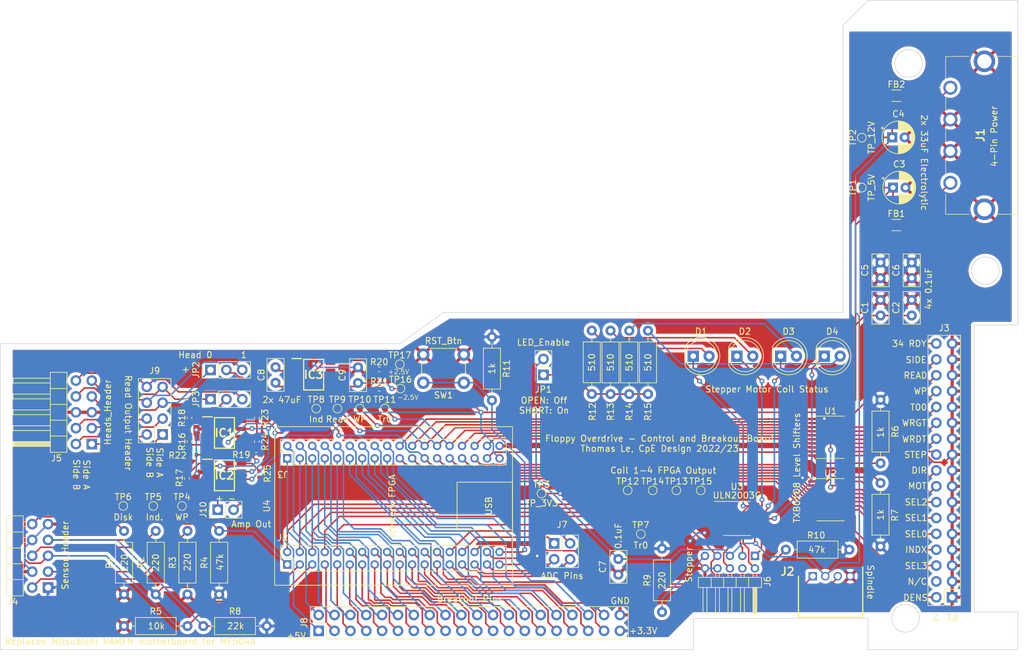
<source format=kicad_pcb>
(kicad_pcb (version 20211014) (generator pcbnew)
  (layers (0 "F.Cu" signal) (31 "B.Cu" signal) (34 "B.Paste" user) (35 "F.Paste" user) (36 "B.SilkS" user "B.Silkscreen") (37 "F.SilkS" user "F.Silkscreen") (38 "B.Mask" user) (39 "F.Mask" user) (44 "Edge.Cuts" user))
  (net 0 "")
  (net 1 "+5V")
  (net 2 "GND")
  (net 3 "+12V")
  (net 4 "+3V3")
  (net 5 "C1_Mot")
  (net 6 "Net-(D1-Pad2)")
  (net 7 "C2_Mot")
  (net 8 "Net-(D2-Pad2)")
  (net 9 "C3_Mot")
  (net 10 "Net-(D3-Pad2)")
  (net 11 "C4_Mot")
  (net 12 "Net-(D4-Pad2)")
  (net 13 "Net-(FB1-Pad2)")
  (net 14 "Net-(FB2-Pad2)")
  (net 15 "Speed_Control")
  (net 16 "Motor_Control")
  (net 18 "AD1")
  (net 19 "AD2")
  (net 20 "AD3")
  (net 21 "AD4")
  (net 22 "PIN_2")
  (net 23 "Net-(J8-Pad3)")
  (net 24 "PIN_4")
  (net 25 "Net-(J3-Pad2)")
  (net 26 "PIN_6")
  (net 27 "Net-(J8-Pad7)")
  (net 28 "PIN_8")
  (net 29 "Net-(J8-Pad9)")
  (net 30 "PIN_10")
  (net 31 "Net-(J8-Pad11)")
  (net 32 "PIN_12")
  (net 33 "Net-(J8-Pad13)")
  (net 34 "PIN_14")
  (net 35 "Net-(J8-Pad15)")
  (net 36 "PIN_16")
  (net 37 "Net-(J3-Pad6)")
  (net 38 "PIN_18")
  (net 39 "Net-(J3-Pad8)")
  (net 40 "PIN_20")
  (net 41 "Net-(J3-Pad10)")
  (net 42 "PIN_22")
  (net 43 "Net-(J3-Pad12)")
  (net 44 "PIN_24")
  (net 45 "Net-(J3-Pad14)")
  (net 46 "PIN_26")
  (net 47 "Net-(J3-Pad16)")
  (net 48 "PIN_28")
  (net 49 "Net-(J3-Pad18)")
  (net 50 "PIN_30")
  (net 51 "Net-(J3-Pad20)")
  (net 52 "PIN_32")
  (net 53 "Net-(J3-Pad22)")
  (net 54 "PIN_34")
  (net 55 "Net-(J3-Pad24)")
  (net 56 "PIN_36")
  (net 57 "Net-(J3-Pad26)")
  (net 58 "PIN_38")
  (net 59 "Net-(JP1-Pad1)")
  (net 60 "Net-(J4-Padb5)")
  (net 61 "Net-(J4-Padb3)")
  (net 62 "Net-(J4-Padb1)")
  (net 63 "WP_Sens")
  (net 64 "Disk_Sens")
  (net 65 "Net-(R6-Pad2)")
  (net 66 "Net-(R7-Pad2)")
  (net 67 "Index_Sens")
  (net 68 "Net-(J6-Pada5)")
  (net 69 "Track0_Sens")
  (net 70 "PIC_Reset")
  (net 71 "Density")
  (net 72 "DriveSel_3")
  (net 73 "Index")
  (net 74 "DriveSel_0")
  (net 75 "DriveSel_1")
  (net 76 "DriveSel_2")
  (net 77 "Motor")
  (net 78 "StepDir")
  (net 79 "Step")
  (net 80 "WriteData")
  (net 81 "WriteGate")
  (net 82 "Track0")
  (net 83 "WriteProtect")
  (net 84 "ReadData")
  (net 85 "SideSel")
  (net 86 "Ready")
  (net 87 "Coil_1")
  (net 88 "Coil_2")
  (net 89 "Coil_3")
  (net 90 "Coil_4")
  (net 97 "Erase_0")
  (net 98 "Erase_1")
  (net 99 "Center_0")
  (net 100 "Center_1")
  (net 101 "Start_0")
  (net 102 "Start_1")
  (net 103 "End_0")
  (net 104 "End_1")
  (net 105 "Net-(J3-Pad28)")
  (net 106 "Net-(J3-Pad30)")
  (net 107 "Net-(J3-Pad32)")
  (net 108 "Net-(J3-Pad34)")
  (net 109 "Net-(J8-Pad5)")
  (net 110 "Net-(J8-Pad17)")
  (net 111 "Net-(J8-Pad19)")
  (net 112 "Net-(J8-Pad21)")
  (net 113 "Net-(J8-Pad23)")
  (net 114 "Net-(J8-Pad25)")
  (net 115 "Net-(J8-Pad27)")
  (net 116 "Net-(J8-Pad29)")
  (net 117 "Net-(J8-Pad31)")
  (net 118 "Net-(J8-Pad33)")
  (net 119 "Net-(J8-Pad35)")
  (net 120 "Net-(J8-Pad37)")
  (net 121 "Net-(C8-Pad1)")
  (net 122 "Net-(C8-Pad2)")
  (net 123 "-2V5")
  (net 124 "Net-(IC1-Pad1)")
  (net 125 "+2V5")
  (net 126 "Net-(IC1-Pad4)")
  (net 127 "Net-(IC1-Pad5)")
  (net 128 "Net-(IC1-Pad8)")
  (net 129 "Net-(IC2-Pad1)")
  (net 130 "Pos_Out")
  (net 131 "Neg_Out")
  (net 132 "Net-(IC2-Pad8)")
  (net 135 "HeadPos")
  (net 136 "HeadNeg")
  (footprint "Capacitor_THT:C_Disc_D5.0mm_W2.5mm_P2.50mm" (layer "F.Cu") (at 108.089 100.765 -90)
    (fp_text reference "C8")
    (fp_text value "47u")
  )
  (footprint "Resistor_SMD:R_0402_1005Metric" (layer "F.Cu") (at 94.9 114.8)
    (fp_text reference "R22")
    (fp_text value "1k")
  )
  (footprint "Connector_PinHeader_2.54mm:PinHeader_1x02_P2.54mm_Vertical" (layer "F.Cu") (at 151 102 180)
    (fp_text reference "JP1")
    (fp_text value "LED_Enable")
  )
  (footprint "MAX660MX⁄NOPB:SOIC127P600X175-8N" (layer "F.Cu") (at 114.189 101.965)
    (fp_text reference "IC3")
    (fp_text value "MAX660MX_NOPB" hide)
  )
  (footprint "LED_THT:LED_D5.0mm" (layer "F.Cu") (at 175 99)
    (fp_text reference "D1")
    (fp_text value "LED1")
  )
  (footprint "Capacitor_THT:C_Disc_D5.0mm_W2.5mm_P2.50mm" (layer "F.Cu") (at 163 134 90)
    (fp_text reference "C7")
    (fp_text value "0.1u")
  )
  (footprint "LED_THT:LED_D5.0mm" (layer "F.Cu") (at 196 99)
    (fp_text reference "D4")
    (fp_text value "LED4")
  )
  (footprint "TestPoint:TestPoint_Pad_D1.0mm" (layer "F.Cu") (at 150.7 121)
    (fp_text reference "TP3")
    (fp_text value "TP_3V3")
  )
  (footprint "Resistor_THT:R_Axial_DIN0207_L6.3mm_D2.5mm_P10.16mm_Horizontal" (layer "F.Cu") (at 205 106 -90)
    (fp_text reference "R6")
    (fp_text value "1k")
  )
  (footprint "Connector_PinHeader_2.00mm:PinHeader_2x05_P2.00mm_Horizontal" (layer "F.Cu") (at 184.875 131 -90)
    (fp_text reference "J6")
    (fp_text value "Step_Header")
  )
  (footprint "Connector_PinHeader_2.54mm:PinHeader_2x04_P2.54mm_Vertical" (layer "F.Cu") (at 90 111.54 180)
    (fp_text reference "J9")
    (fp_text value "HeadOut_Header")
  )
  (footprint "Resistor_THT:R_Axial_DIN0207_L6.3mm_D2.5mm_P10.16mm_Horizontal" (layer "F.Cu") (at 83.82 142.24)
    (fp_text reference "R5")
    (fp_text value "10k")
  )
  (footprint "Resistor_THT:R_Axial_DIN0207_L6.3mm_D2.5mm_P10.16mm_Horizontal" (layer "F.Cu") (at 205 129.48 90)
    (fp_text reference "R7")
    (fp_text value "1k")
  )
  (footprint "TestPoint:TestPoint_Pad_D1.0mm" (layer "F.Cu") (at 202 64 90)
    (fp_text reference "TP2")
    (fp_text value "TP_12V")
  )
  (footprint "Capacitor_THT:C_Disc_D5.0mm_W2.5mm_P2.50mm" (layer "F.Cu") (at 121.3 103.3 90)
    (fp_text reference "C9")
    (fp_text value "47u")
  )
  (footprint "Capacitor_THT:C_Disc_D5.0mm_W2.5mm_P2.50mm" (layer "F.Cu") (at 210 92.5 90)
    (fp_text reference "C2")
    (fp_text value "0.1u")
  )
  (footprint "TestPoint:TestPoint_Pad_D1.0mm" (layer "F.Cu") (at 128.1 104.2)
    (fp_text reference "TP16")
    (fp_text value "TP_-2V5")
  )
  (footprint "TestPoint:TestPoint_Pad_D1.0mm" (layer "F.Cu") (at 202 72 90)
    (fp_text reference "TP1")
    (fp_text value "TP_5V")
  )
  (footprint "MAX660MX⁄NOPB:SOIC127P600X175-8N" (layer "F.Cu") (at 99.9 111.3)
    (fp_text reference "IC1")
    (fp_text value "THS4521IDR" hide)
  )
  (footprint "Connector_PinHeader_2.54mm:PinHeader_1x02_P2.54mm_Vertical" (layer "F.Cu") (at 98.825 123.6 90)
    (fp_text reference "J10")
    (fp_text value "Flop_ADC_Header")
  )
  (footprint "Resistor_THT:R_Axial_DIN0207_L6.3mm_D2.5mm_P10.16mm_Horizontal" (layer "F.Cu") (at 83.82 137.16 90)
    (fp_text reference "R1")
    (fp_text value "220")
  )
  (footprint "Resistor_SMD:R_0402_1005Metric" (layer "F.Cu") (at 105.5 117.9 -90)
    (fp_text reference "R25")
    (fp_text value "10k")
  )
  (footprint "Connector_PinHeader_2.54mm:PinHeader_2x05_P2.54mm_Horizontal" (layer "F.Cu") (at 78.65 113.075 180)
    (fp_text reference "J5")
    (fp_text value "Heads_Header")
  )
  (footprint "TestPoint:TestPoint_Pad_D1.0mm" (layer "F.Cu") (at 168.5 120.5)
    (fp_text reference "TP14")
    (fp_text value "TP_Coil2")
  )
  (footprint "Connector_PinHeader_2.54mm:PinHeader_1x03_P2.54mm_Vertical" (layer "F.Cu") (at 97.675 105.9 90)
    (fp_text reference "JP3")
    (fp_text value "HeadNeg_Sel")
  )
  (footprint "TestPoint:TestPoint_Pad_D1.0mm" (layer "F.Cu") (at 88.5 123)
    (fp_text reference "TP5")
    (fp_text value "TP_Index")
  )
  (footprint "Resistor_THT:R_Axial_DIN0207_L6.3mm_D2.5mm_P10.16mm_Horizontal" (layer "F.Cu") (at 93.98 137.16 90)
    (fp_text reference "R3")
    (fp_text value "220")
  )
  (footprint "Resistor_THT:R_Axial_DIN0207_L6.3mm_D2.5mm_P10.16mm_Horizontal" (layer "F.Cu") (at 200 130 180)
    (fp_text reference "R10")
    (fp_text value "47k")
  )
  (footprint "Capacitor_THT:CP_Radial_D5.0mm_P2.00mm" (layer "F.Cu") (at 206.866395 63.9525)
    (fp_text reference "C4")
    (fp_text value "33u")
  )
  (footprint "TestPoint:TestPoint_Pad_D1.0mm" (layer "F.Cu") (at 83.7 123)
    (fp_text reference "TP6")
    (fp_text value "TP_Disk")
  )
  (footprint "Resistor_SMD:R_1206_3216Metric" (layer "F.Cu") (at 207.5375 78)
    (fp_text reference "FB1")
    (fp_text value "FerriteBead")
  )
  (footprint "Resistor_THT:R_Axial_DIN0207_L6.3mm_D2.5mm_P10.16mm_Horizontal" (layer "F.Cu") (at 88.9 137.16 90)
    (fp_text reference "R2")
    (fp_text value "220")
  )
  (footprint "TestPoint:TestPoint_Pad_D1.0mm" (layer "F.Cu") (at 164.5 120.5)
    (fp_text reference "TP12")
    (fp_text value "TP_Coil1")
  )
  (footprint "Resistor_THT:R_Axial_DIN0207_L6.3mm_D2.5mm_P10.16mm_Horizontal" (layer "F.Cu") (at 170 140 90)
    (fp_text reference "R9")
    (fp_text value "220")
  )
  (footprint "Package_SO:TSSOP-16_4.4x5mm_P0.65mm" (layer "F.Cu") (at 182 125)
    (fp_text reference "U3")
    (fp_text value "ULN2003")
  )
  (footprint "Resistor_SMD:R_0402_1005Metric" (layer "F.Cu") (at 94.3 108.9 -90)
    (fp_text reference "R18")
    (fp_text value "1k")
  )
  (footprint "Connector_PinHeader_2.54mm:PinHeader_2x02_P2.54mm_Vertical" (layer "F.Cu") (at 152.725 128.995)
    (fp_text reference "J7")
    (fp_text value "PIC_ADC_Header")
  )
  (footprint "TestPoint:TestPoint_Pad_D1.0mm" (layer "F.Cu") (at 166.6 127.5)
    (fp_text reference "TP7")
    (fp_text value "TP_Track0")
  )
  (footprint "TestPoint:TestPoint_Pad_D1.0mm" (layer "F.Cu") (at 176.2 120.5)
    (fp_text reference "TP15")
    (fp_text value "TP_Coil4")
  )
  (footprint "IceWerx:IceWerx FPGA" (layer "F.Cu") (at 127 123 90)
    (fp_text reference "U4")
    (fp_text value "IceWerx FPGA")
  )
  (footprint "TestPoint:TestPoint_Pad_D1.0mm" (layer "F.Cu") (at 93.1 123)
    (fp_text reference "TP4")
    (fp_text value "TP_WP")
  )
  (footprint "Package_SO:TSSOP-20_4.4x6.5mm_P0.65mm" (layer "F.Cu") (at 197 112)
    (fp_text reference "U1")
    (fp_text value "TXB0108-PW")
  )
  (footprint "TestPoint:TestPoint_Pad_D1.0mm" (layer "F.Cu") (at 128 100.3)
    (fp_text reference "TP17")
    (fp_text value "TP_2V5")
  )
  (footprint "Resistor_SMD:R_0402_1005Metric" (layer "F.Cu") (at 93.9 118.6 -90)
    (fp_text reference "R17")
    (fp_text value "10k")
  )
  (footprint "440055-4:SHDRRA4W50P15X200_1X4_1000X770X525P" (layer "F.Cu") (at 194.15 134.25 180)
    (fp_text reference "J2")
    (fp_text value "Motor_Header" hide)
  )
  (footprint "Capacitor_THT:C_Disc_D5.0mm_W2.5mm_P2.50mm" (layer "F.Cu") (at 205 92.5 90)
    (fp_text reference "C1")
    (fp_text value "0.1u")
  )
  (footprint "LED_THT:LED_D5.0mm" (layer "F.Cu") (at 189 99)
    (fp_text reference "D3")
    (fp_text value "LED3")
  )
  (footprint "Connector_PinHeader_2.54mm:PinHeader_2x17_P2.54mm_Vertical" (layer "F.Cu") (at 216.475 137.625 180)
    (fp_text reference "J3")
    (fp_text value "Floppy_Bus")
  )
  (footprint "Capacitor_THT:C_Disc_D5.0mm_W2.5mm_P2.50mm" (layer "F.Cu") (at 205 86.5 90)
    (fp_text reference "C5")
    (fp_text value "0.1u")
  )
  (footprint "Connector_PinHeader_2.54mm:PinHeader_2x05_P2.54mm_Horizontal" (layer "F.Cu") (at 71.65 136.065 180)
    (fp_text reference "J4")
    (fp_text value "Sensor_Header")
  )
  (footprint "TestPoint:TestPoint_Pad_D1.0mm" (layer "F.Cu") (at 172.3 120.5)
    (fp_text reference "TP13")
    (fp_text value "TP_Coil3")
  )
  (footprint "Resistor_SMD:R_1206_3216Metric" (layer "F.Cu") (at 207.5375 57.29)
    (fp_text reference "FB2")
    (fp_text value "FerriteBead")
  )
  (footprint "Resistor_SMD:R_0402_1005Metric" (layer "F.Cu") (at 124.7 104.2)
    (fp_text reference "R21")
    (fp_text value "10k")
  )
  (footprint "Connector_PinHeader_2.54mm:PinHeader_1x03_P2.54mm_Vertical" (layer "F.Cu") (at 97.675 101.2 90)
    (fp_text reference "JP2")
    (fp_text value "HeadPos_Sel")
  )
  (footprint "Button_Switch_THT:SW_PUSH_6mm" (layer "F.Cu") (at 138.25 103.25 180)
    (fp_text reference "SW1")
    (fp_text value "RST_Btn")
  )
  (footprint "Capacitor_THT:C_Disc_D5.0mm_W2.5mm_P2.50mm" (layer "F.Cu") (at 210 86.5 90)
    (fp_text reference "C6")
    (fp_text value "0.1u")
  )
  (footprint "TestPoint:TestPoint_Pad_D1.0mm" (layer "F.Cu") (at 121.6 107.4)
    (fp_text reference "TP10")
    (fp_text value "TP_WP5V")
  )
  (footprint "Resistor_SMD:R_0402_1005Metric" (layer "F.Cu") (at 124.7 101.1)
    (fp_text reference "R20")
    (fp_text value "10k")
  )
  (footprint "MAX660MX⁄NOPB:SOIC127P600X175-8N" (layer "F.Cu") (at 99.9 118.1)
    (fp_text reference "IC2")
    (fp_text value "THS4521IDR" hide)
  )
  (footprint "Resistor_SMD:R_0402_1005Metric" (layer "F.Cu") (at 105.1 108.9 90)
    (fp_text reference "R23")
    (fp_text value "1k")
  )
  (footprint "TestPoint:TestPoint_Pad_D1.0mm" (layer "F.Cu") (at 118 107.4)
    (fp_text reference "TP9")
    (fp_text value "TP_Read5V")
  )
  (footprint "Resistor_THT:R_Axial_DIN0207_L6.3mm_D2.5mm_P10.16mm_Horizontal" (layer "F.Cu") (at 167.75 94.92 -90)
    (fp_text reference "R15")
    (fp_text value "510")
  )
  (footprint "Resistor_SMD:R_0402_1005Metric" (layer "F.Cu") (at 105.1 112.7 -90)
    (fp_text reference "R24")
    (fp_text value "10k")
  )
  (footprint "Resistor_THT:R_Axial_DIN0207_L6.3mm_D2.5mm_P10.16mm_Horizontal" (layer "F.Cu") (at 158.75 94.905 -90)
    (fp_text reference "R12")
    (fp_text value "510")
  )
  (footprint "Resistor_THT:R_Axial_DIN0207_L6.3mm_D2.5mm_P10.16mm_Horizontal" (layer "F.Cu") (at 161.75 94.92 -90)
    (fp_text reference "R13")
    (fp_text value "510")
  )
  (footprint "174804-1:1748041" (layer "F.Cu") (at 216.1875 56 90)
    (fp_text reference "J1")
    (fp_text value "174804-1" hide)
  )
  (footprint "TestPoint:TestPoint_Pad_D1.0mm" (layer "F.Cu") (at 114.6 107.4)
    (fp_text reference "TP8")
    (fp_text value "TP_Index5V")
  )
  (footprint "Resistor_THT:R_Axial_DIN0207_L6.3mm_D2.5mm_P10.16mm_Horizontal" (layer "F.Cu") (at 99.06 137.16 90)
    (fp_text reference "R4")
    (fp_text value "47k")
  )
  (footprint "Package_SO:TSSOP-20_4.4x6.5mm_P0.65mm" (layer "F.Cu") (at 197 122)
    (fp_text reference "U2")
    (fp_text value "TXB0108-PW")
  )
  (footprint "Resistor_SMD:R_0402_1005Metric" (layer "F.Cu") (at 105 114.8 180)
    (fp_text reference "R19")
    (fp_text value "1k")
  )
  (footprint "Resistor_THT:R_Axial_DIN0207_L6.3mm_D2.5mm_P10.16mm_Horizontal" (layer "F.Cu") (at 142.75 106.08 90)
    (fp_text reference "R11")
    (fp_text value "1k")
  )
  (footprint "Resistor_THT:R_Axial_DIN0207_L6.3mm_D2.5mm_P10.16mm_Horizontal" (layer "F.Cu") (at 96.52 142.24)
    (fp_text reference "R8")
    (fp_text value "22k")
  )
  (footprint "Resistor_THT:R_Axial_DIN0207_L6.3mm_D2.5mm_P10.16mm_Horizontal" (layer "F.Cu") (at 164.75 94.92 -90)
    (fp_text reference "R14")
    (fp_text value "510")
  )
  (footprint "Connector_PinHeader_2.54mm:PinHeader_2x20_P2.54mm_Vertical" (layer "F.Cu") (at 115 143 90)
    (fp_text reference "J8")
    (fp_text value "FPGA_IO_Header")
  )
  (footprint "LED_THT:LED_D5.0mm" (layer "F.Cu") (at 182 99)
    (fp_text reference "D2")
    (fp_text value "LED2")
  )
  (footprint "Resistor_SMD:R_0402_1005Metric" (layer "F.Cu") (at 94.3 112.7 -90)
    (fp_text reference "R16")
    (fp_text value "10k")
  )
  (footprint "TestPoint:TestPoint_Pad_D1.0mm" (layer "F.Cu") (at 125.6 107.4)
    (fp_text reference "TP11")
    (fp_text value "TP_Track05V")
  )
  (footprint "Capacitor_THT:CP_Radial_D5.0mm_P2.00mm" (layer "F.Cu") (at 207 72)
    (fp_text reference "C3")
    (fp_text value "33u")
  )
  (gr_circle (center 209 141) (end 210.8 142.3) (layer "Edge.Cuts") (width 0.1) (fill none))
  (gr_circle (center 209.5 52.1) (end 211.3 53.4) (layer "Edge.Cuts") (width 0.1) (fill none))
  (gr_line (start 199 92) (end 199 46) (layer "Edge.Cuts") (width 0.1))
  (gr_line (start 203 141) (end 175 141) (layer "Edge.Cuts") (width 0.1))
  (gr_line (start 64 97) (end 128 97) (layer "Edge.Cuts") (width 0.1))
  (gr_line (start 175 146) (end 64 146) (layer "Edge.Cuts") (width 0.1))
  (gr_line (start 203 146) (end 203 141) (layer "Edge.Cuts") (width 0.1))
  (gr_line (start 135 92) (end 128 97) (layer "Edge.Cuts") (width 0.1))
  (gr_line (start 135 92) (end 199 92) (layer "Edge.Cuts") (width 0.1))
  (gr_line (start 227 42) (end 203 42) (layer "Edge.Cuts") (width 0.1))
  (gr_line (start 64 146) (end 64 97) (layer "Edge.Cuts") (width 0.1))
  (gr_line (start 227 94) (end 220 94) (layer "Edge.Cuts") (width 0.1))
  (gr_line (start 203 146) (end 227 146) (layer "Edge.Cuts") (width 0.1))
  (gr_circle (center 221.8 85.3) (end 219.6 85.3) (layer "Edge.Cuts") (width 0.1) (fill none))
  (gr_line (start 220 140) (end 227 140) (layer "Edge.Cuts") (width 0.1))
  (gr_line (start 203 42) (end 199 46) (layer "Edge.Cuts") (width 0.1))
  (gr_line (start 227 146) (end 227 140) (layer "Edge.Cuts") (width 0.1))
  (gr_line (start 220 94) (end 220 140) (layer "Edge.Cuts") (width 0.1))
  (gr_line (start 227 94) (end 227 42) (layer "Edge.Cuts") (width 0.1))
  (gr_line (start 175 141) (end 175 146) (layer "Edge.Cuts") (width 0.1))
  (gr_text "Read" (at 118 109.1) (layer "F.SilkS") (effects (font (size 1 1))))
  (gr_text "Tr0" (at 166.6 129.3) (layer "F.SilkS") (effects (font (size 1 1))))
  (gr_text "N/C" (at 210.9 135.1) (layer "F.SilkS") (effects (font (size 1 1))))
  (gr_text "4x 0.1uF" (at 212.7 88.2 90) (layer "F.SilkS") (effects (font (size 1 1))))
  (gr_text "Stepper" (at 174.3 132.4 90) (layer "F.SilkS") (effects (font (size 1 1))))
  (gr_text "Disk" (at 83.7 124.8) (layer "F.SilkS") (effects (font (size 1 1))))
  (gr_text "WP" (at 211.4 104.6) (layer "F.SilkS") (effects (font (size 1 1))))
  (gr_text "Head 0      1" (at 98 98.8) (layer "F.SilkS") (effects (font (size 1 1))))
  (gr_text "Side A\nSide B" (at 77 118 270) (layer "F.SilkS") (effects (font (size 1 1))))
  (gr_text "SEL1" (at 210.7 124.9) (layer "F.SilkS") (effects (font (size 1 1))))
  (gr_text "10k" (at 89 142.24) (layer "F.SilkS") (effects (font (size 1 1))))
  (gr_text "Stepper Motor Coil Status" (at 186.8 104.3) (layer "F.SilkS") (effects (font (size 1 1))))
  (gr_text "+2.5V" (at 127.8 101.5) (layer "F.SilkS") (effects (font (size 0.75 0.75) (thickness 0.1))))
  (gr_text "Coil 1-4 FPGA Output" (at 170.2 117.3) (layer "F.SilkS") (effects (font (size 1 1))))
  (gr_text "Ind." (at 88.7 124.8) (layer "F.SilkS") (effects (font (size 1 1))))
  (gr_text "-2.5V" (at 129.3 105.6) (layer "F.SilkS") (effects (font (size 0.75 0.75) (thickness 0.1))))
  (gr_text "SEL3" (at 210.7 132.6) (layer "F.SilkS") (effects (font (size 1 1))))
  (gr_text "ADC Pins" (at 154 134.2) (layer "F.SilkS") (effects (font (size 1 1))))
  (gr_text "GND\n" (at 163.3 138.2) (layer "F.SilkS") (effects (font (size 1 1))))
  (gr_text "WP" (at 93.1 124.8) (layer "F.SilkS") (effects (font (size 1 1))))
  (gr_text "510" (at 167.75 100 90) (layer "F.SilkS") (effects (font (size 1 1))))
  (gr_text "INDX" (at 210.7 130) (layer "F.SilkS") (effects (font (size 1 1))))
  (gr_text "22k" (at 101.7 142.24) (layer "F.SilkS") (effects (font (size 1 1))))
  (gr_text "Floppy Overdrive - Control and Breakout Board\nThomas Le, CpE Design 2022/23" (at 169.6 113) (layer "F.SilkS") (effects (font (size 1 1))))
  (gr_text "+5V" (at 111.4 143.8) (layer "F.SilkS") (effects (font (size 1 1))))
  (gr_text "DENS" (at 210.6 137.7) (layer "F.SilkS") (effects (font (size 1 1))))
  (gr_text "Read Output Header" (at 84.5 109.7 270) (layer "F.SilkS") (effects (font (size 1 1))))
  (gr_text "MOT" (at 210.9 119.8) (layer "F.SilkS") (effects (font (size 1 1))))
  (gr_text "WRGT" (at 210.4 109.7) (layer "F.SilkS") (effects (font (size 1 1))))
  (gr_text "ULN2003C" (at 182 121.3) (layer "F.SilkS") (effects (font (size 1 1))))
  (gr_text "SIDE" (at 210.7 99.6) (layer "F.SilkS") (effects (font (size 1 1))))
  (gr_text "READ" (at 210.6 102.1) (layer "F.SilkS") (effects (font (size 1 1))))
  (gr_text "4-Pin Power" (at 223.2 63.8 90) (layer "F.SilkS") (effects (font (size 1 1))))
  (gr_text "34 RDY" (at 209.6 97) (layer "F.SilkS") (effects (font (size 1 1))))
  (gr_text "2x 33uF Electrolytic" (at 212 68 270) (layer "F.SilkS") (effects (font (size 1 1))))
  (gr_text "1k" (at 205 111.2 90) (layer "F.SilkS") (effects (font (size 1 1))))
  (gr_text "-" (at 93.7 105.9) (layer "F.SilkS") (effects (font (size 1 1))))
  (gr_text "P1" (at 216.5 140.8 180) (layer "F.SilkS") (effects (font (size 1 1))))
  (gr_text "Amp Out" (at 104.2 125.9) (layer "F.SilkS") (effects (font (size 1 1))))
  (gr_text "1k" (at 205 124.4 90) (layer "F.SilkS") (effects (font (size 1 1))))
  (gr_text "510" (at 161.75 100 90) (layer "F.SilkS") (effects (font (size 1 1))))
  (gr_text "2" (at 213.9 140.8 180) (layer "F.SilkS") (effects (font (size 1 1))))
  (gr_text "47k" (at 99.2 132 90) (layer "F.SilkS") (effects (font (size 1 1))))
  (gr_text "220" (at 93.98 132 90) (layer "F.SilkS") (effects (font (size 1 1))))
  (gr_text "Ind" (at 114.6 109.1) (layer "F.SilkS") (effects (font (size 1 1))))
  (gr_text "Spindle" (at 203.4 135.2 270) (layer "F.SilkS") (effects (font (size 1 1))))
  (gr_text "STEP" (at 210.6 114.8) (layer "F.SilkS") (effects (font (size 1 1))))
  (gr_text "0.1uF" (at 163 127.8 90) (layer "F.SilkS") (effects (font (size 1 1))))
  (gr_text "SEL2" (at 210.7 122.4) (layer "F.SilkS") (effects (font (size 1 1))))
  (gr_text "+" (at 93.7 101.1) (layer "F.SilkS") (effects (font (size 1 1))))
  (gr_text "Breakout Pins" (at 139.2 137.9) (layer "F.SilkS") (effects (font (size 1 1))))
  (gr_text "510" (at 164.75 100 90) (layer "F.SilkS") (effects (font (size 1 1))))
  (gr_text "WP" (at 121.6 109.1) (layer "F.SilkS") (effects (font (size 1 1))))
  (gr_text "Side A\nSide B" (at 88.725 116.04 270) (layer "F.SilkS") (effects (font (size 1 1))))
  (gr_text "OPEN: Off\nSHORT: On" (at 151.1 106.9) (layer "F.SilkS") (effects (font (size 1 1))))
  (gr_text "+3.3V" (at 167 143) (layer "F.SilkS") (effects (font (size 1 1))))
  (gr_text "47k" (at 194.8 130) (layer "F.SilkS") (effects (font (size 1 1))))
  (gr_text "WRDT" (at 210.4 112.3) (layer "F.SilkS") (effects (font (size 1 1))))
  (gr_text "SEL0" (at 210.7 127.5) (layer "F.SilkS") (effects (font (size 1 1))))
  (gr_text "510" (at 158.75 99.985 90) (layer "F.SilkS") (effects (font (size 1 1))))
  (gr_text "T00" (at 211.1 107.2) (layer "F.SilkS") (effects (font (size 1 1))))
  (gr_text "1k" (at 142.75 101 90) (layer "F.SilkS") (effects (font (size 1 1))))
  (gr_text "+ -" (at 100.1 121.8) (layer "F.SilkS") (effects (font (size 1 1))))
  (gr_text "DIR" (at 211.2 117.3) (layer "F.SilkS") (effects (font (size 1 1))))
  (gr_text "2x 47uF" (at 109.1 106) (layer "F.SilkS") (effects (font (size 1 1))))
  (gr_text "Tr0" (at 125.6 109.1) (layer "F.SilkS") (effects (font (size 1 1))))
  (gr_text "TXB0108 Level Shifters" (at 191.6 116.9 90) (layer "F.SilkS") (effects (font (size 1 1))))
  (gr_text "220" (at 170 134.92 90) (layer "F.SilkS") (effects (font (size 1 1))))
  (gr_text "220" (at 88.9 132.08 90) (layer "F.SilkS") (effects (font (size 1 1))))
  (gr_text "Replaces Mitsubishi NAMFN motherboard for MF504A\n" (at 84.8 144.7) (layer "F.SilkS") (effects (font (size 1 1))))
  (gr_text "220" (at 83.9 132.1 90) (layer "F.SilkS") (effects (font (size 1 1))))
  (segment (start 200 107) (end 199 108) (width 0.25) (layer "F.Cu") (net 1))
  (segment (start 202 77) (end 201 78) (width 0.25) (layer "F.Cu") (net 1))
  (segment (start 199 108) (end 141 108) (width 0.25) (layer "F.Cu") (net 1))
  (segment (start 198.725 109.725) (end 198 109) (width 0.25) (layer "F.Cu") (net 1))
  (segment (start 210 92.5) (end 205 92.5) (width 0.25) (layer "F.Cu") (net 1))
  (segment (start 207 72) (end 202 77) (width 0.25) (layer "F.Cu") (net 1))
  (segment (start 207 72) (end 202 72) (width 0.25) (layer "F.Cu") (net 1))
  (segment (start 200 107) (end 201 106) (width 0.25) (layer "F.Cu") (net 1))
  (segment (start 197 114) (end 197 110) (width 0.25) (layer "F.Cu") (net 1))
  (segment (start 199.8625 109.725) (end 198.725 109.725) (width 0.25) (layer "F.Cu") (net 1))
  (segment (start 202.5 92.5) (end 205 92.5) (width 0.25) (layer "F.Cu") (net 1))
  (segment (start 207 77.075) (end 207 72) (width 0.25) (layer "F.Cu") (net 1))
  (segment (start 128.475 106.575) (end 139.575 106.575) (width 0.25) (layer "F.Cu") (net 1))
  (segment (start 199.8625 119.725) (end 197.275 119.725) (width 0.25) (layer "F.Cu") (net 1))
  (segment (start 201 94) (end 202.5 92.5) (width 0.25) (layer "F.Cu") (net 1))
  (segment (start 127.585 106.575) (end 128.475 106.575) (width 0.25) (layer "F.Cu") (net 1))
  (segment (start 125.21 104.2) (end 127.585 106.575) (width 0.25) (layer "F.Cu") (net 1))
  (segment (start 197 110) (end 200 107) (width 0.25) (layer "F.Cu") (net 1))
  (segment (start 197.275 119.725) (end 197 120) (width 0.25) (layer "F.Cu") (net 1))
  (segment (start 201 106) (end 201 94) (width 0.25) (layer "F.Cu") (net 1))
  (segment (start 206.075 78) (end 207 77.075) (width 0.25) (layer "F.Cu") (net 1))
  (segment (start 201 78) (end 201 94) (width 0.25) (layer "F.Cu") (net 1))
  (segment (start 141 108) (end 139.575 106.575) (width 0.25) (layer "F.Cu") (net 1))
  (via (at 141 108) (size 0.8) (drill 0.4) (layers "F.Cu" "B.Cu") (net 1))
  (via (at 197 114) (size 0.8) (drill 0.4) (layers "F.Cu" "B.Cu") (net 1))
  (via (at 197 120) (size 0.8) (drill 0.4) (layers "F.Cu" "B.Cu") (net 1))
  (segment (start 110.97 129.960786) (end 110.97 138.97) (width 0.25) (layer "B.Cu") (net 1))
  (segment (start 141 110.990786) (end 142.97 112.960786) (width 0.25) (layer "B.Cu") (net 1))
  (segment (start 141 108) (end 141 110.990786) (width 0.25) (layer "B.Cu") (net 1))
  (segment (start 142.97 114.375) (end 143.97 115.375) (width 0.25) (layer "B.Cu") (net 1))
  (segment (start 108.8 127.790786) (end 110.97 129.960786) (width 0.25) (layer "B.Cu") (net 1))
  (segment (start 109.8 111.7) (end 108.8 112.7) (width 0.25) (layer "B.Cu") (net 1))
  (segment (start 108.8 112.7) (end 108.8 127.790786) (width 0.25) (layer "B.Cu") (net 1))
  (segment (start 197 114) (end 197 120) (width 0.25) (layer "B.Cu") (net 1))
  (segment (start 141 108) (end 120.3 108) (width 0.25) (layer "B.Cu") (net 1))
  (segment (start 116.6 111.7) (end 109.8 111.7) (width 0.25) (layer "B.Cu") (net 1))
  (segment (start 120.3 108) (end 116.6 111.7) (width 0.25) (layer "B.Cu") (net 1))
  (segment (start 110.97 138.97) (end 115 143) (width 0.25) (layer "B.Cu") (net 1))
  (segment (start 142.97 112.960786) (end 142.97 114.375) (width 0.25) (layer "B.Cu") (net 1))
  (segment (start 141.07 129.275) (end 150.655 129.275) (width 0.25) (layer "F.Cu") (net 2))
  (segment (start 174.5 130.625) (end 176.875 133) (width 0.25) (layer "F.Cu") (net 2))
  (segment (start 111.8 102.6) (end 114.2 100.2) (width 0.25) (layer "F.Cu") (net 2))
  (segment (start 96.854 117.8) (end 97.189 117.465) (width 0.25) (layer "F.Cu") (net 2))
  (segment (start 174.5 128.6) (end 174.5 130.625) (width 0.25) (layer "F.Cu") (net 2))
  (segment (start 215.24 116) (end 216.475 114.765) (width 0.25) (layer "F.Cu") (net 2))
  (segment (start 176.825 127.275) (end 176.8 127.3) (width 0.25) (layer "F.Cu") (net 2))
  (segment (start 159.17 130.17) (end 163 134) (width 0.25) (layer "F.Cu") (net 2))
  (segment (start 150.655 129.275) (end 151.55 130.17) (width 0.25) (layer "F.Cu") (net 2))
  (segment (start 139.97 130.375) (end 141.07 129.275) (width 0.25) (layer "F.Cu") (net 2))
  (segment (start 213.508299 116) (end 215.24 116) (width 0.25) (layer "F.Cu") (net 2))
  (segment (start 95.5 117.8) (end 96.854 117.8) (width 0.25) (layer "F.Cu") (net 2))
  (segment (start 151.55 130.17) (end 159.17 130.17) (width 0.25) (layer "F.Cu") (net 2))
  (segment (start 179.1375 127.275) (end 176.825 127.275) (width 0.25) (layer "F.Cu") (net 2))
  (segment (start 199.8625 114.925) (end 212.433299 114.925) (width 0.25) (layer "F.Cu") (net 2))
  (segment (start 111.478 102.6) (end 111.8 102.6) (width 0.25) (layer "F.Cu") (net 2))
  (segment (start 97.189 110.665) (end 95.535 110.665) (width 0.25) (layer "F.Cu") (net 2))
  (segment (start 95.535 110.665) (end 95.4 110.8) (width 0.25) (layer "F.Cu") (net 2))
  (segment (start 212.433299 114.925) (end 213.508299 116) (width 0.25) (layer "F.Cu") (net 2))
  (via (at 174.5 128.6) (size 0.8) (drill 0.4) (layers "F.Cu" "B.Cu") (net 2))
  (via (at 95.5 117.8) (size 0.8) (drill 0.4) (layers "F.Cu" "B.Cu") (net 2))
  (via (at 114.2 100.2) (size 0.8) (drill 0.4) (layers "F.Cu" "B.Cu") (net 2))
  (via (at 95.4 110.8) (size 0.8) (drill 0.4) (layers "F.Cu" "B.Cu") (net 2))
  (via (at 176.8 127.3) (size 0.8) (drill 0.4) (layers "F.Cu" "B.Cu") (net 2))
  (segment (start 176.875 133) (end 178.875 133) (width 0.25) (layer "B.Cu") (net 2))
  (segment (start 67.935 129.62) (end 67.935 132.35) (width 0.25) (layer "B.Cu") (net 2))
  (segment (start 69.11 128.445) (end 67.935 129.62) (width 0.25) (layer "B.Cu") (net 2))
  (segment (start 95.4 110.8) (end 95.4 117.7) (width 0.25) (layer "B.Cu") (net 2))
  (segment (start 114.8 100.8) (end 121.3 100.8) (width 0.25) (layer "B.Cu") (net 2))
  (segment (start 175.7 127.3) (end 174.7 128.3) (width 0.25) (layer "B.Cu") (net 2))
  (segment (start 67.935 132.35) (end 69.11 133.525) (width 0.25) (layer "B.Cu") (net 2))
  (segment (start 114.2 100.2) (end 114.8 100.8) (width 0.25) (layer "B.Cu") (net 2))
  (segment (start 174.5 128.5) (end 174.5 128.6) (width 0.25) (layer "B.Cu") (net 2))
  (segment (start 95.4 117.7) (end 95.5 117.8) (width 0.25) (layer "B.Cu") (net 2))
  (segment (start 174.7 128.3) (end 174.5 128.5) (width 0.25) (layer "B.Cu") (net 2))
  (segment (start 71.65 125.905) (end 69.11 128.445) (width 0.25) (layer "B.Cu") (net 2))
  (segment (start 176.8 127.3) (end 175.7 127.3) (width 0.25) (layer "B.Cu") (net 2))
  (segment (start 206.866395 58.081395) (end 206.075 57.29) (width 0.25) (layer "F.Cu") (net 3))
  (segment (start 184.8625 127.275) (end 184.8625 128.8625) (width 0.25) (layer "F.Cu") (net 3))
  (segment (start 202.0475 63.9525) (end 202 64) (width 0.25) (layer "F.Cu") (net 3))
  (segment (start 206.866395 63.9525) (end 202.0475 63.9525) (width 0.25) (layer "F.Cu") (net 3))
  (segment (start 184.8625 128.8625) (end 185 129) (width 0.25) (layer "F.Cu") (net 3))
  (segment (start 206.866395 63.9525) (end 206.866395 58.081395) (width 0.25) (layer "F.Cu") (net 3))
  (via (at 185 129) (size 0.8) (drill 0.4) (layers "F.Cu" "B.Cu") (net 3))
  (segment (start 201 92) (end 201 70) (width 0.25) (layer "B.Cu") (net 3))
  (segment (start 173 130) (end 171.5 131.5) (width 0.25) (layer "B.Cu") (net 3))
  (segment (start 149.825 100.635) (end 151 99.46) (width 0.25) (layer "B.Cu") (net 3))
  (segment (start 171.5 131.5) (end 163 131.5) (width 0.25) (layer "B.Cu") (net 3))
  (segment (start 196.15 134.25) (end 198.3 132.1) (width 0.25) (layer "B.Cu") (net 3))
  (segment (start 149.825 118.325) (end 149.825 100.635) (width 0.25) (layer "B.Cu") (net 3))
  (segment (start 201.6 92.6) (end 201 92) (width 0.25) (layer "B.Cu") (net 3))
  (segment (start 185 129) (end 182.875 129) (width 0.25) (layer "B.Cu") (net 3))
  (segment (start 201 70) (end 206.866395 64.133605) (width 0.25) (layer "B.Cu") (net 3))
  (segment (start 196.15 133.85) (end 196.15 134.45) (width 0.25) (layer "B.Cu") (net 3))
  (segment (start 196.15 134.15) (end 193.125 131.125) (width 0.25) (layer "B.Cu") (net 3))
  (segment (start 196.15 134.45) (end 196.15 134.15) (width 0.25) (layer "B.Cu") (net 3))
  (segment (start 179.875 130) (end 173 130) (width 0.25) (layer "B.Cu") (net 3))
  (segment (start 201.6 132.1) (end 201.6 92.6) (width 0.25) (layer "B.Cu") (net 3))
  (segment (start 187.125 131.125) (end 185 129) (width 0.25) (layer "B.Cu") (net 3))
  (segment (start 180.875 131) (end 179.875 130) (width 0.25) (layer "B.Cu") (net 3))
  (segment (start 182.875 129) (end 180.875 131) (width 0.25) (layer "B.Cu") (net 3))
  (segment (start 206.866395 64.133605) (end 206.866395 63.9525) (width 0.25) (layer "B.Cu") (net 3))
  (segment (start 193.125 131.125) (end 187.125 131.125) (width 0.25) (layer "B.Cu") (net 3))
  (segment (start 163 131.5) (end 149.825 118.325) (width 0.25) (layer "B.Cu") (net 3))
  (segment (start 198.3 132.1) (end 201.6 132.1) (width 0.25) (layer "B.Cu") (net 3))
  (segment (start 99.06 137.16) (end 97.935 136.035) (width 0.25) (layer "F.Cu") (net 4))
  (segment (start 90.025 136.035) (end 88.9 137.16) (width 0.25) (layer "F.Cu") (net 4))
  (segment (start 194.1375 109.725) (end 195.275 109.725) (width 0.25) (layer "F.Cu") (net 4))
  (segment (start 97.935 136.035) (end 90.025 136.035) (width 0.25) (layer "F.Cu") (net 4))
  (segment (start 192.318198 118.681802) (end 192.5123 118.4877) (width 0.25) (layer "F.Cu") (net 4))
  (segment (start 194.1375 119.725) (end 193.361396 119.725) (width 0.25) (layer "F.Cu") (net 4))
  (segment (start 193.361396 119.725) (end 192.318198 118.681802) (width 0.25) (layer "F.Cu") (net 4))
  (segment (start 141.97 130.375) (end 142.97 131.375) (width 0.25) (layer "F.Cu") (net 4))
  (segment (start 142.97 131.375) (end 149.625 131.375) (width 0.25) (layer "F.Cu") (net 4))
  (segment (start 150.7 121) (end 153.7 121) (width 0.25) (layer "F.Cu") (net 4))
  (segment (start 195.275 109.725) (end 196 109) (width 0.25) (layer "F.Cu") (net 4))
  (segment (start 149.625 131.375) (end 150 131) (width 0.25) (layer "F.Cu") (net 4))
  (via (at 153.7 121) (size 0.8) (drill 0.4) (layers "F.Cu" "B.Cu") (net 4))
  (via (at 192.5123 118.4877) (size 0.8) (drill 0.4) (layers "F.Cu" "B.Cu") (net 4))
  (via (at 150 131) (size 0.8) (drill 0.4) (layers "F.Cu" "B.Cu") (net 4))
  (via (at 196 109) (size 0.8) (drill 0.4) (layers "F.Cu" "B.Cu") (net 4))
  (segment (start 184.8625 122.725) (end 184.173959 122.725) (width 0.25) (layer "F.Cu") (net 5))
  (segment (start 182 124.898958) (end 182 128.363604) (width 0.25) (layer "F.Cu") (net 5))
  (segment (start 179.875 132) (end 180.875 133) (width 0.25) (layer "F.Cu") (net 5))
  (segment (start 183.949479 122.949479) (end 183.898958 123) (width 0.25) (layer "F.Cu") (net 5))
  (segment (start 180.425 129.938604) (end 180.425 130.035786) (width 0.25) (layer "F.Cu") (net 5))
  (segment (start 183.949479 122.949479) (end 182 124.898958) (width 0.25) (layer "F.Cu") (net 5))
  (segment (start 184.173959 122.725) (end 183.949479 122.949479) (width 0.25) (layer "F.Cu") (net 5))
  (segment (start 180.425 130.035786) (end 179.875 130.585786) (width 0.25) (layer "F.Cu") (net 5))
  (segment (start 179.875 130.585786) (end 179.875 132) (width 0.25) (layer "F.Cu") (net 5))
  (segment (start 175 99) (end 175 102) (width 0.25) (layer "F.Cu") (net 5))
  (segment (start 175 102) (end 176 103) (width 0.25) (layer "F.Cu") (net 5))
  (segment (start 182 128.363604) (end 180.425 129.938604) (width 0.25) (layer "F.Cu") (net 5))
  (segment (start 183.898958 123) (end 183 123) (width 0.25) (layer "F.Cu") (net 5))
  (via (at 183 123) (size 0.8) (drill 0.4) (layers "F.Cu" "B.Cu") (net 5))
  (via (at 176 103) (size 0.8) (drill 0.4) (layers "F.Cu" "B.Cu") (net 5))
  (segment (start 183 123) (end 183 110) (width 0.25) (layer "B.Cu") (net 5))
  (segment (start 183 110) (end 176 103) (width 0.25) (layer "B.Cu") (net 5))
  (segment (start 176.315 97.775) (end 161.62 97.775) (width 0.25) (layer "F.Cu") (net 6))
  (segment (start 177.54 99) (end 176.315 97.775) (width 0.25) (layer "F.Cu") (net 6))
  (segment (start 161.62 97.775) (end 158.75 94.905) (width 0.25) (layer "F.Cu") (net 6))
  (segment (start 184.8625 123.375) (end 185.625 123.375) (width 0.25) (layer "F.Cu") (net 7))
  (segment (start 185.625 123.375) (end 186 123) (width 0.25) (layer "F.Cu") (net 7))
  (segment (start 184.173959 123.375) (end 184.8625 123.375) (width 0.25) (layer "F.Cu") (net 7))
  (segment (start 185.925 102.925) (end 182 99) (width 0.25) (layer "F.Cu") (net 7))
  (segment (start 182.875 131) (end 182.875 129.675) (width 0.25) (layer "F.Cu") (net 7))
  (segment (start 182.875 129.675) (end 182.55 129.35) (width 0.25) (layer "F.Cu") (net 7))
  (segment (start 182.55 124.998959) (end 184.173959 123.375) (width 0.25) (layer "F.Cu") (net 7))
  (segment (start 182.55 129.35) (end 182.55 124.998959) (width 0.25) (layer "F.Cu") (net 7))
  (segment (start 186 123) (end 186 122) (width 0.25) (layer "F.Cu") (net 7))
  (via (at 186 122) (size 0.8) (drill 0.4) (layers "F.Cu" "B.Cu") (net 7))
  (via (at 186 103) (size 0.8) (drill 0.4) (layers "F.Cu" "B.Cu") (net 7))
  (segment (start 186 122) (end 186 103) (width 0.25) (layer "B.Cu") (net 7))
  (segment (start 162.875 96.045) (end 161.75 94.92) (width 0.25) (layer "F.Cu") (net 8))
  (segment (start 184.54 99) (end 181.585 96.045) (width 0.25) (layer "F.Cu") (net 8))
  (segment (start 181.585 96.045) (end 162.875 96.045) (width 0.25) (layer "F.Cu") (net 8))
  (segment (start 183.875 132) (end 183.875 129.875) (width 0.25) (layer "F.Cu") (net 9))
  (segment (start 183.875 129.875) (end 183 129) (width 0.25) (layer "F.Cu") (net 9))
  (segment (start 186.987701 122.987701) (end 187 123) (width 0.25) (layer "F.Cu") (net 9))
  (segment (start 187 123.363604) (end 186.338604 124.025) (width 0.25) (layer "F.Cu") (net 9))
  (segment (start 183 125.185355) (end 184.160355 124.025) (width 0.25) (layer "F.Cu") (net 9))
  (segment (start 189 102) (end 188 103) (width 0.25) (layer "F.Cu") (net 9))
  (segment (start 184.160355 124.025) (end 184.8625 124.025) (width 0.25) (layer "F.Cu") (net 9))
  (segment (start 189 99) (end 189 102) (width 0.25) (layer "F.Cu") (net 9))
  (segment (start 184.875 133) (end 183.875 132) (width 0.25) (layer "F.Cu") (net 9))
  (segment (start 187 123) (end 187 123.363604) (width 0.25) (layer "F.Cu") (net 9))
  (segment (start 183 129) (end 183 125.185355) (width 0.25) (layer "F.Cu") (net 9))
  (segment (start 186.338604 124.025) (end 184.8625 124.025) (width 0.25) (layer "F.Cu") (net 9))
  (via (at 188 103) (size 0.8) (drill 0.4) (layers "F.Cu" "B.Cu") (net 9))
  (via (at 186.987701 122.987701) (size 0.8) (drill 0.4) (layers "F.Cu" "B.Cu") (net 9))
  (segment (start 188 103) (end 188 121.975402) (width 0.25) (layer "B.Cu") (net 9))
  (segment (start 188 121.975402) (end 186.987701 122.987701) (width 0.25) (layer "B.Cu") (net 9))
  (segment (start 164.75 94.92) (end 165.875 93.795) (width 0.25) (layer "B.Cu") (net 10))
  (segment (start 186.335 93.795) (end 191.54 99) (width 0.25) (layer "B.Cu") (net 10))
  (segment (start 165.875 93.795) (end 186.335 93.795) (width 0.25) (layer "B.Cu") (net 10))
  (segment (start 194 101) (end 194 102) (width 0.25) (layer "F.Cu") (net 11))
  (segment (start 185.925 129.95) (end 185.925 125.048959) (width 0.25) (layer "F.Cu") (net 11))
  (segment (start 184.875 131) (end 185.925 129.95) (width 0.25) (layer "F.Cu") (net 11))
  (segment (start 185.551041 124.675) (end 184.8625 124.675) (width 0.25) (layer "F.Cu") (net 11))
  (segment (start 185.925 125.048959) (end 185.551041 124.675) (width 0.25) (layer "F.Cu") (net 11))
  (segment (start 185.925 125.048959) (end 187.951041 125.048959) (width 0.25) (layer "F.Cu") (net 11))
  (segment (start 187.951041 125.048959) (end 188 125) (width 0.25) (layer "F.Cu") (net 11))
  (segment (start 196 99) (end 194 101) (width 0.25) (layer "F.Cu") (net 11))
  (via (at 194 102) (size 0.8) (drill 0.4) (layers "F.Cu" "B.Cu") (net 11))
  (via (at 188 125) (size 0.8) (drill 0.4) (layers "F.Cu" "B.Cu") (net 11))
  (segment (start 194 102) (end 194 119) (width 0.25) (layer "B.Cu") (net 11))
  (segment (start 194 119) (end 188 125) (width 0.25) (layer "B.Cu") (net 11))
  (segment (start 173.055 100.225) (end 197.315 100.225) (width 0.25) (layer "B.Cu") (net 12))
  (segment (start 167.75 94.92) (end 173.055 100.225) (width 0.25) (layer "B.Cu") (net 12))
  (segment (start 197.315 100.225) (end 198.54 99) (width 0.25) (layer "B.Cu") (net 12))
  (segment (start 209.4275 78) (end 209 78) (width 0.25) (layer "F.Cu") (net 13))
  (segment (start 216.1875 71.24) (end 209.4275 78) (width 0.25) (layer "F.Cu") (net 13))
  (segment (start 214.8975 57.29) (end 209 57.29) (width 0.25) (layer "F.Cu") (net 14))
  (segment (start 216.1875 56) (end 214.8975 57.29) (width 0.25) (layer "F.Cu") (net 14))
  (segment (start 159.5 135.5) (end 192.9 135.5) (width 0.25) (layer "F.Cu") (net 15))
  (segment (start 157.825 133.825) (end 159.5 135.5) (width 0.25) (layer "F.Cu") (net 15))
  (segment (start 139.97 132.375) (end 141.42 133.825) (width 0.25) (layer "F.Cu") (net 15))
  (segment (start 141.42 133.825) (end 157.825 133.825) (width 0.25) (layer "F.Cu") (net 15))
  (segment (start 192.9 135.5) (end 194.15 134.25) (width 0.25) (layer "F.Cu") (net 15))
  (segment (start 137.97 132.375) (end 138.97 133.375) (width 0.25) (layer "F.Cu") (net 16))
  (segment (start 140.333604 133.375) (end 141.233604 134.275) (width 0.25) (layer "F.Cu") (net 16))
  (segment (start 159.363604 136) (end 196.6 136) (width 0.25) (layer "F.Cu") (net 16))
  (segment (start 196.6 136) (end 198.15 134.45) (width 0.25) (layer "F.Cu") (net 16))
  (segment (start 138.97 133.375) (end 140.333604 133.375) (width 0.25) (layer "F.Cu") (net 16))
  (segment (start 141.233604 134.275) (end 157.638604 134.275) (width 0.25) (layer "F.Cu") (net 16))
  (segment (start 157.638604 134.275) (end 159.363604 136) (width 0.25) (layer "F.Cu") (net 16))
  (segment (start 137.97 130.375) (end 140.345 128) (width 0.25) (layer "F.Cu") (net 18))
  (segment (start 151.73 128) (end 152.725 128.995) (width 0.25) (layer "F.Cu") (net 18))
  (segment (start 140.345 128) (end 151.73 128) (width 0.25) (layer "F.Cu") (net 18))
  (segment (start 139.345 127) (end 153.27 127) (width 0.25) (layer "F.Cu") (net 19))
  (segment (start 153.27 127) (end 155.265 128.995) (width 0.25) (layer "F.Cu") (net 19))
  (segment (start 135.97 130.375) (end 139.345 127) (width 0.25) (layer "F.Cu") (net 19))
  (segment (start 143.97 132.375) (end 151.885 132.375) (width 0.25) (layer "F.Cu") (net 20))
  (segment (start 151.885 132.375) (end 152.725 131.535) (width 0.25) (layer "F.Cu") (net 20))
  (segment (start 153.425 133.375) (end 155.265 131.535) (width 0.25) (layer "F.Cu") (net 21))
  (segment (start 141.97 132.375) (end 142.97 133.375) (width 0.25) (layer "F.Cu") (net 21))
  (segment (start 142.97 133.375) (end 153.425 133.375) (width 0.25) (layer "F.Cu") (net 21))
  (segment (start 109.97 126.97) (end 109.97 115.375) (width 0.25) (layer "B.Cu") (net 22))
  (segment (start 112.97 138.43) (end 112.97 129.960786) (width 0.25) (layer "B.Cu") (net 22))
  (segment (start 112.97 129.960786) (end 112.384214 129.375) (width 0.25) (layer "B.Cu") (net 22))
  (segment (start 112.375 129.375) (end 109.97 126.97) (width 0.25) (layer "B.Cu") (net 22))
  (segment (start 115 140.46) (end 112.97 138.43) (width 0.25) (layer "B.Cu") (net 22))
  (segment (start 112.384214 129.375) (end 112.375 129.375) (width 0.25) (layer "B.Cu") (net 22))
  (segment (start 117.54 143) (end 116.175 141.635) (width 0.25) (layer "F.Cu") (net 23))
  (segment (start 116.175 141.635) (end 116.175 132.58) (width 0.25) (layer "F.Cu") (net 23))
  (segment (start 116.175 132.58) (end 115.97 132.375) (width 0.25) (layer "F.Cu") (net 23))
  (segment (start 110.595 114) (end 110.97 114.375) (width 0.25) (layer "B.Cu") (net 24))
  (segment (start 109.97 113.97) (end 110 114) (width 0.25) (layer "B.Cu") (net 24))
  (segment (start 114.384214 129.375) (end 114.97 129.960786) (width 0.25) (layer "B.Cu") (net 24))
  (segment (start 117 140.46) (end 117.54 140.46) (width 0.25) (layer "B.Cu") (net 24))
  (segment (start 110.97 114.375) (end 110.97 126.97) (width 0.25) (layer "B.Cu") (net 24))
  (segment (start 110 114) (end 110.595 114) (width 0.25) (layer "B.Cu") (net 24))
  (segment (start 110.97 126.97) (end 113.375 129.375) (width 0.25) (layer "B.Cu") (net 24))
  (segment (start 109.97 113.375) (end 109.97 113.97) (width 0.25) (layer "B.Cu") (net 24))
  (segment (start 113.375 129.375) (end 114.384214 129.375) (width 0.25) (layer "B.Cu") (net 24))
  (segment (start 114.97 129.960786) (end 114.97 138.43) (width 0.25) (layer "B.Cu") (net 24))
  (segment (start 114.97 138.43) (end 117 140.46) (width 0.25) (layer "B.Cu") (net 24))
  (segment (start 200.925 126.995991) (end 200.925 124.625) (width 0.25) (layer "F.Cu") (net 25))
  (segment (start 211.554009 137.625) (end 200.925 126.995991) (width 0.25) (layer "F.Cu") (net 25))
  (segment (start 200.925 124.625) (end 200.575 124.275) (width 0.25) (layer "F.Cu") (net 25))
  (segment (start 213.935 137.625) (end 211.554009 137.625) (width 0.25) (layer "F.Cu") (net 25))
  (segment (start 200.575 124.275) (end 199.8625 124.275) (width 0.25) (layer "F.Cu") (net 25))
  (segment (start 116.97 138.16) (end 119.27 140.46) (width 0.25) (layer "B.Cu") (net 26))
  (segment (start 111.97 126.97) (end 113.925 128.925) (width 0.25) (layer "B.Cu") (net 26))
  (segment (start 116.97 129.960786) (end 116.97 138.16) (width 0.25) (layer "B.Cu") (net 26))
  (segment (start 119.27 140.46) (end 120.08 140.46) (width 0.25) (layer "B.Cu") (net 26))
  (segment (start 113.925 128.925) (end 115.934214 128.925) (width 0.25) (layer "B.Cu") (net 26))
  (segment (start 115.934214 128.925) (end 116.97 129.960786) (width 0.25) (layer "B.Cu") (net 26))
  (segment (start 111.97 115.375) (end 111.97 126.97) (width 0.25) (layer "B.Cu") (net 26))
  (segment (start 121.255 139.973299) (end 119.97 138.688299) (width 0.25) (layer "F.Cu") (net 27))
  (segment (start 122.62 143) (end 121.255 141.635) (width 0.25) (layer "F.Cu") (net 27))
  (segment (start 119.97 138.688299) (end 119.97 132.375) (width 0.25) (layer "F.Cu") (net 27))
  (segment (start 121.255 141.635) (end 121.255 139.973299) (width 0.25) (layer "F.Cu") (net 27))
  (segment (start 118.97 136.97) (end 122.46 140.46) (width 0.25) (layer "B.Cu") (net 28))
  (segment (start 114.475 128.475) (end 116.12061 128.475) (width 0.25) (layer "B.Cu") (net 28))
  (segment (start 122.46 140.46) (end 122.62 140.46) (width 0.25) (layer "B.Cu") (net 28))
  (segment (start 118.384214 129.375) (end 118.97 129.960786) (width 0.25) (layer "B.Cu") (net 28))
  (segment (start 117.02061 129.375) (end 118.384214 129.375) (width 0.25) (layer "B.Cu") (net 28))
  (segment (start 112.97 114.375) (end 112.97 126.97) (width 0.25) (layer "B.Cu") (net 28))
  (segment (start 111.97 113.375) (end 112.97 114.375) (width 0.25) (layer "B.Cu") (net 28))
  (segment (start 118.97 129.960786) (end 118.97 136.97) (width 0.25) (layer "B.Cu") (net 28))
  (segment (start 116.12061 128.475) (end 117.02061 129.375) (width 0.25) (layer "B.Cu") (net 28))
  (segment (start 112.97 126.97) (end 114.475 128.475) (width 0.25) (layer "B.Cu") (net 28))
  (segment (start 123.795 141.635) (end 123.795 139.795) (width 0.25) (layer "F.Cu") (net 29))
  (segment (start 125.16 143) (end 123.795 141.635) (width 0.25) (layer "F.Cu") (net 29))
  (segment (start 122 139) (end 120.97 137.97) (width 0.25) (layer "F.Cu") (net 29))
  (segment (start 123 139) (end 122 139) (width 0.25) (layer "F.Cu") (net 29))
  (segment (start 120.97 131.375) (end 119.97 130.375) (width 0.25) (layer "F.Cu") (net 29))
  (segment (start 120.97 137.97) (end 120.97 131.375) (width 0.25) (layer "F.Cu") (net 29))
  (segment (start 123.795 139.795) (end 123 139) (width 0.25) (layer "F.Cu") (net 29))
  (segment (start 117.207006 128.925) (end 119.934214 128.925) (width 0.25) (layer "B.Cu") (net 30))
  (segment (start 113.97 115.375) (end 113.97 126.97) (width 0.25) (layer "B.Cu") (net 30))
  (segment (start 116.307006 128.025) (end 117.207006 128.925) (width 0.25) (layer "B.Cu") (net 30))
  (segment (start 120.97 137.12) (end 124.31 140.46) (width 0.25) (layer "B.Cu") (net 30))
  (segment (start 124.31 140.46) (end 125.16 140.46) (width 0.25) (layer "B.Cu") (net 30))
  (segment (start 115.025 128.025) (end 116.307006 128.025) (width 0.25) (layer "B.Cu") (net 30))
  (segment (start 120.97 129.960786) (end 120.97 137.12) (width 0.25) (layer "B.Cu") (net 30))
  (segment (start 113.97 126.97) (end 115.025 128.025) (width 0.25) (layer "B.Cu") (net 30))
  (segment (start 119.934214 128.925) (end 120.97 129.960786) (width 0.25) (layer "B.Cu") (net 30))
  (segment (start 123.186396 138.55) (end 122.55 138.55) (width 0.25) (layer "F.Cu") (net 31))
  (segment (start 126 139) (end 123.636396 139) (width 0.25) (layer "F.Cu") (net 31))
  (segment (start 122.55 138.55) (end 121.97 137.97) (width 0.25) (layer "F.Cu") (net 31))
  (segment (start 121.97 137.97) (end 121.97 132.375) (width 0.25) (layer "F.Cu") (net 31))
  (segment (start 126.335 139.335) (end 126 139) (width 0.25) (layer "F.Cu") (net 31))
  (segment (start 126.335 141.635) (end 126.335 139.335) (width 0.25) (layer "F.Cu") (net 31))
  (segment (start 127.7 143) (end 126.335 141.635) (width 0.25) (layer "F.Cu") (net 31))
  (segment (start 123.636396 139) (end 123.186396 138.55) (width 0.25) (layer "F.Cu") (net 31))
  (segment (start 115.575 127.575) (end 116.493402 127.575) (width 0.25) (layer "B.Cu") (net 32))
  (segment (start 113.97 113.375) (end 114.97 114.375) (width 0.25) (layer "B.Cu") (net 32))
  (segment (start 122.97 129.960786) (end 122.97 136.35) (width 0.25) (layer "B.Cu") (net 32))
  (segment (start 117.393402 128.475) (end 121.484214 128.475) (width 0.25) (layer "B.Cu") (net 32))
  (segment (start 114.97 126.97) (end 115.575 127.575) (width 0.25) (layer "B.Cu") (net 32))
  (segment (start 114.97 114.375) (end 114.97 126.97) (width 0.25) (layer "B.Cu") (net 32))
  (segment (start 127.08 140.46) (end 127.7 140.46) (width 0.25) (layer "B.Cu") (net 32))
  (segment (start 116.493402 127.575) (end 117.393402 128.475) (width 0.25) (layer "B.Cu") (net 32))
  (segment (start 122.97 136.35) (end 127.08 140.46) (width 0.25) (layer "B.Cu") (net 32))
  (segment (start 121.484214 128.475) (end 122.97 129.960786) (width 0.25) (layer "B.Cu") (net 32))
  (segment (start 129 139) (end 126.636396 139) (width 0.25) (layer "F.Cu") (net 33))
  (segment (start 123.822792 138.55) (end 123.372792 138.1) (width 0.25) (layer "F.Cu") (net 33))
  (segment (start 129 141.76) (end 129 139) (width 0.25) (layer "F.Cu") (net 33))
  (segment (start 126.186396 138.55) (end 123.822792 138.55) (width 0.25) (layer "F.Cu") (net 33))
  (segment (start 122.97 131.375) (end 121.97 130.375) (width 0.25) (layer "F.Cu") (net 33))
  (segment (start 123.1 138.1) (end 122.97 137.97) (width 0.25) (layer "F.Cu") (net 33))
  (segment (start 123.372792 138.1) (end 123.1 138.1) (width 0.25) (layer "F.Cu") (net 33))
  (segment (start 130.24 143) (end 129 141.76) (width 0.25) (layer "F.Cu") (net 33))
  (segment (start 122.97 137.97) (end 122.97 131.375) (width 0.25) (layer "F.Cu") (net 33))
  (segment (start 126.636396 139) (end 126.186396 138.55) (width 0.25) (layer "F.Cu") (net 33))
  (segment (start 118.025 128.025) (end 123.034214 128.025) (width 0.25) (layer "B.Cu") (net 34))
  (segment (start 115.97 115.375) (end 115.97 125.97) (width 0.25) (layer "B.Cu") (net 34))
  (segment (start 115.97 125.97) (end 118.025 128.025) (width 0.25) (layer "B.Cu") (net 34))
  (segment (start 124.97 129.960786) (end 124.97 135.19) (width 0.25) (layer "B.Cu") (net 34))
  (segment (start 123.034214 128.025) (end 124.97 129.960786) (width 0.25) (layer "B.Cu") (net 34))
  (segment (start 124.97 135.19) (end 130.24 140.46) (width 0.25) (layer "B.Cu") (net 34))
  (segment (start 131.605 139.605) (end 131.605 141.825) (width 0.25) (layer "F.Cu") (net 35))
  (segment (start 126.372792 138.1) (end 126.822792 138.55) (width 0.25) (layer "F.Cu") (net 35))
  (segment (start 131.605 141.825) (end 132.78 143) (width 0.25) (layer "F.Cu") (net 35))
  (segment (start 126.822792 138.55) (end 130.55 138.55) (width 0.25) (layer "F.Cu") (net 35))
  (segment (start 130.55 138.55) (end 131.605 139.605) (width 0.25) (layer "F.Cu") (net 35))
  (segment (start 124.1 138.1) (end 126.372792 138.1) (width 0.25) (layer "F.Cu") (net 35))
  (segment (start 123.97 137.97) (end 124.1 138.1) (width 0.25) (layer "F.Cu") (net 35))
  (segment (start 123.97 132.375) (end 123.97 137.97) (width 0.25) (layer "F.Cu") (net 35))
  (segment (start 124.584214 127.575) (end 126.97 129.960786) (width 0.25) (layer "B.Cu") (net 36))
  (segment (start 118.211396 127.575) (end 124.584214 127.575) (width 0.25) (layer "B.Cu") (net 36))
  (segment (start 116.97 126.333604) (end 118.211396 127.575) (width 0.25) (layer "B.Cu") (net 36))
  (segment (start 126.97 129.960786) (end 126.97 134.65) (width 0.25) (layer "B.Cu") (net 36))
  (segment (start 116.97 114.375) (end 116.97 126.333604) (width 0.25) (layer "B.Cu") (net 36))
  (segment (start 115.97 113.375) (end 116.97 114.375) (width 0.25) (layer "B.Cu") (net 36))
  (segment (start 132.78 140.46) (end 126.97 134.65) (width 0.25) (layer "B.Cu") (net 36))
  (segment (start 213.935 132.545) (end 210.445 132.545) (width 0.25) (layer "F.Cu") (net 37))
  (segment (start 201.525 123.625) (end 199.8625 123.625) (width 0.25) (layer "F.Cu") (net 37))
  (segment (start 210.445 132.545) (end 201.525 123.625) (width 0.25) (layer "F.Cu") (net 37))
  (segment (start 117.97 126.697208) (end 118.397792 127.125) (width 0.25) (layer "B.Cu") (net 38))
  (segment (start 128.97 129.960786) (end 128.97 134.11) (width 0.25) (layer "B.Cu") (net 38))
  (segment (start 118.397792 127.125) (end 124.77061 127.125) (width 0.25) (layer "B.Cu") (net 38))
  (segment (start 126.64561 129) (end 128.009214 129) (width 0.25) (layer "B.Cu") (net 38))
  (segment (start 124.77061 127.125) (end 126.64561 129) (width 0.25) (layer "B.Cu") (net 38))
  (segment (start 128.97 134.11) (end 135.32 140.46) (width 0.25) (layer "B.Cu") (net 38))
  (segment (start 128.009214 129) (end 128.97 129.960786) (width 0.25) (layer "B.Cu") (net 38))
  (segment (start 117.97 115.375) (end 117.97 126.697208) (width 0.25) (layer "B.Cu") (net 38))
  (segment (start 208.805 130.005) (end 201.775 122.975) (width 0.25) (layer "F.Cu") (net 39))
  (segment (start 201.775 122.975) (end 199.8625 122.975) (width 0.25) (layer "F.Cu") (net 39))
  (segment (start 213.935 130.005) (end 208.805 130.005) (width 0.25) (layer "F.Cu") (net 39))
  (segment (start 120.675 126.675) (end 124.957006 126.675) (width 0.25) (layer "B.Cu") (net 40))
  (segment (start 126.832006 128.55) (end 129.559214 128.55) (width 0.25) (layer "B.Cu") (net 40))
  (segment (start 124.957006 126.675) (end 126.832006 128.55) (width 0.25) (layer "B.Cu") (net 40))
  (segment (start 130.97 133.57) (end 137.86 140.46) (width 0.25) (layer "B.Cu") (net 40))
  (segment (start 130.97 129.960786) (end 130.97 133.57) (width 0.25) (layer "B.Cu") (net 40))
  (segment (start 129.559214 128.55) (end 130.97 129.960786) (width 0.25) (layer "B.Cu") (net 40))
  (segment (start 118.97 124.97) (end 120.675 126.675) (width 0.25) (layer "B.Cu") (net 40))
  (segment (start 118.97 114.375) (end 118.97 124.97) (width 0.25) (layer "B.Cu") (net 40))
  (segment (start 117.97 113.375) (end 118.97 114.375) (width 0.25) (layer "B.Cu") (net 40))
  (segment (start 199.8875 122.3) (end 199.8625 122.325) (width 0.25) (layer "F.Cu") (net 41))
  (segment (start 213.935 127.465) (end 207.165 127.465) (width 0.25) (layer "F.Cu") (net 41))
  (segment (start 202 122.3) (end 199.8875 122.3) (width 0.25) (layer "F.Cu") (net 41))
  (segment (start 207.165 127.465) (end 202 122.3) (width 0.25) (layer "F.Cu") (net 41))
  (segment (start 119.97 117.97) (end 131.03 129.03) (width 0.25) (layer "B.Cu") (net 42))
  (segment (start 119.97 115.375) (end 119.97 117.97) (width 0.25) (layer "B.Cu") (net 42))
  (segment (start 132.97 129.03) (end 132.97 133.03) (width 0.25) (layer "B.Cu") (net 42))
  (segment (start 132.97 133.03) (end 140.4 140.46) (width 0.25) (layer "B.Cu") (net 42))
  (segment (start 131.03 129.03) (end 132.97 129.03) (width 0.25) (layer "B.Cu") (net 42))
  (segment (start 202.075 121.675) (end 199.8625 121.675) (width 0.25) (layer "F.Cu") (net 43))
  (segment (start 213.935 124.925) (end 205.325 124.925) (width 0.25) (layer "F.Cu") (net 43))
  (segment (start 205.325 124.925) (end 202.075 121.675) (width 0.25) (layer "F.Cu") (net 43))
  (segment (start 142.94 140.46) (end 142.550393 140.46) (width 0.25) (layer "B.Cu") (net 44))
  (segment (start 133.589214 128.58) (end 131.216396 128.58) (width 0.25) (layer "B.Cu") (net 44))
  (segment (start 142.550393 140.46) (end 134.97 132.879607) (width 0.25) (layer "B.Cu") (net 44))
  (segment (start 131.216396 128.58) (end 121 118.363604) (width 0.25) (layer "B.Cu") (net 44))
  (segment (start 134.97 132.879607) (end 134.97 129.960786) (width 0.25) (layer "B.Cu") (net 44))
  (segment (start 134.97 129.960786) (end 133.589214 128.58) (width 0.25) (layer "B.Cu") (net 44))
  (segment (start 121 118.363604) (end 121 116) (width 0.25) (layer "B.Cu") (net 44))
  (segment (start 121 116) (end 120.97 115.97) (width 0.25) (layer "B.Cu") (net 44))
  (segment (start 120.97 115.97) (end 120.97 114.375) (width 0.25) (layer "B.Cu") (net 44))
  (segment (start 120.97 114.375) (end 119.97 113.375) (width 0.25) (layer "B.Cu") (net 44))
  (segment (start 202.061396 121.025) (end 199.8625 121.025) (width 0.25) (layer "F.Cu") (net 45))
  (segment (start 213.935 122.385) (end 203.421396 122.385) (width 0.25) (layer "F.Cu") (net 45))
  (segment (start 203.421396 122.385) (end 202.061396 121.025) (width 0.25) (layer "F.Cu") (net 45))
  (segment (start 136.97 132.97) (end 143 139) (width 0.25) (layer "B.Cu") (net 46))
  (segment (start 143 139) (end 144.02 139) (width 0.25) (layer "B.Cu") (net 46))
  (segment (start 144.02 139) (end 145.48 140.46) (width 0.25) (layer "B.Cu") (net 46))
  (segment (start 136.97 128.97) (end 136.97 132.97) (width 0.25) (layer "B.Cu") (net 46))
  (segment (start 121.97 117.97) (end 132 128) (width 0.25) (layer "B.Cu") (net 46))
  (segment (start 136 128) (end 136.97 128.97) (width 0.25) (layer "B.Cu") (net 46))
  (segment (start 121.97 115.375) (end 121.97 117.97) (width 0.25) (layer "B.Cu") (net 46))
  (segment (start 132 128) (end 136 128) (width 0.25) (layer "B.Cu") (net 46))
  (segment (start 199.8625 120.375) (end 202.047792 120.375) (width 0.25) (layer "F.Cu") (net 47))
  (segment (start 202.047792 120.375) (end 203.472792 121.8) (width 0.25) (layer "F.Cu") (net 47))
  (segment (start 203.472792 121.8) (end 211.98 121.8) (width 0.25) (layer "F.Cu") (net 47))
  (segment (start 211.98 121.8) (end 213.935 119.845) (width 0.25) (layer "F.Cu") (net 47))
  (segment (start 121.97 113.375) (end 122.97 114.375) (width 0.25) (layer "B.Cu") (net 48))
  (segment (start 139 129) (end 138.97 129.03) (width 0.25) (layer "B.Cu") (net 48))
  (segment (start 122.97 117.97) (end 132.55 127.55) (width 0.25) (layer "B.Cu") (net 48))
  (segment (start 122.97 114.375) (end 122.97 117.97) (width 0.25) (layer "B.Cu") (net 48))
  (segment (start 143 138) (end 145.56 138) (width 0.25) (layer "B.Cu") (net 48))
  (segment (start 145.56 138) (end 148.02 140.46) (width 0.25) (layer "B.Cu") (net 48))
  (segment (start 138.97 133.97) (end 143 138) (width 0.25) (layer "B.Cu") (net 48))
  (segment (start 138.97 129.03) (end 138.97 133.97) (width 0.25) (layer "B.Cu") (net 48))
  (segment (start 132.55 127.55) (end 137.55 127.55) (width 0.25) (layer "B.Cu") (net 48))
  (segment (start 137.55 127.55) (end 139 129) (width 0.25) (layer "B.Cu") (net 48))
  (segment (start 203.7 120.8) (end 210.44 120.8) (width 0.25) (layer "F.Cu") (net 49))
  (segment (start 199.8625 119.075) (end 201.975 119.075) (width 0.25) (layer "F.Cu") (net 49))
  (segment (start 210.44 120.8) (end 213.935 117.305) (width 0.25) (layer "F.Cu") (net 49))
  (segment (start 201.975 119.075) (end 203.7 120.8) (width 0.25) (layer "F.Cu") (net 49))
  (segment (start 143 137) (end 147.1 137) (width 0.25) (layer "B.Cu") (net 50))
  (segment (start 123.97 117.97) (end 133 127) (width 0.25) (layer "B.Cu") (net 50))
  (segment (start 133 127) (end 139 127) (width 0.25) (layer "B.Cu") (net 50))
  (segment (start 139 127) (end 141 129) (width 0.25) (layer "B.Cu") (net 50))
  (segment (start 141 129) (end 140.97 129.03) (width 0.25) (layer "B.Cu") (net 50))
  (segment (start 140.97 129.03) (end 140.97 134.97) (width 0.25) (layer "B.Cu") (net 50))
  (segment (start 147.1 137) (end 150.56 140.46) (width 0.25) (layer "B.Cu") (net 50))
  (segment (start 123.97 115.375) (end 123.97 117.97) (width 0.25) (layer "B.Cu") (net 50))
  (segment (start 140.97 134.97) (end 143 137) (width 0.25) (layer "B.Cu") (net 50))
  (segment (start 213.445 114.275) (end 213.935 114.765) (width 0.25) (layer "F.Cu") (net 51))
  (segment (start 199.8625 114.275) (end 213.445 114.275) (width 0.25) (layer "F.Cu") (net 51))
  (segment (start 133.77 126.45) (end 124.97 117.65) (width 0.25) (layer "B.Cu") (net 52))
  (segment (start 153.1 140.46) (end 149.14 136.5) (width 0.25) (layer "B.Cu") (net 52))
  (segment (start 124.97 117.65) (end 124.97 114.375) (width 0.25) (layer "B.Cu") (net 52))
  (segment (start 145 136.5) (end 142.97 134.47) (width 0.25) (layer "B.Cu") (net 52))
  (segment (start 142.97 129.960786) (end 139.459214 126.45) (width 0.25) (layer "B.Cu") (net 52))
  (segment (start 139.459214 126.45) (end 133.77 126.45) (width 0.25) (layer "B.Cu") (net 52))
  (segment (start 142.97 134.47) (end 142.97 129.960786) (width 0.25) (layer "B.Cu") (net 52))
  (segment (start 149.14 136.5) (end 145 136.5) (width 0.25) (layer "B.Cu") (net 52))
  (segment (start 124.97 114.375) (end 123.97 113.375) (width 0.25) (layer "B.Cu") (net 52))
  (segment (start 212.535 113.625) (end 213.935 112.225) (width 0.25) (layer "F.Cu") (net 53))
  (segment (start 199.8625 113.625) (end 212.535 113.625) (width 0.25) (layer "F.Cu") (net 53))
  (segment (start 142 126) (end 145 129) (width 0.25) (layer "B.Cu") (net 54))
  (segment (start 146.636396 136) (end 151.18 136) (width 0.25) (layer "B.Cu") (net 54))
  (segment (start 145 134.363604) (end 146.636396 136) (width 0.25) (layer "B.Cu") (net 54))
  (segment (start 125.97 115.375) (end 125.97 117.97) (width 0.25) (layer "B.Cu") (net 54))
  (segment (start 145 129) (end 145 134.363604) (width 0.25) (layer "B.Cu") (net 54))
  (segment (start 125.97 117.97) (end 134 126) (width 0.25) (layer "B.Cu") (net 54))
  (segment (start 155.64 140.46) (end 151.18 136) (width 0.25) (layer "B.Cu") (net 54))
  (segment (start 134 126) (end 142 126) (width 0.25) (layer "B.Cu") (net 54))
  (segment (start 199.8625 112.975) (end 210.645 112.975) (width 0.25) (layer "F.Cu") (net 55))
  (segment (start 210.645 112.975) (end 213.935 109.685) (width 0.25) (layer "F.Cu") (net 55))
  (segment (start 126.97 114.375) (end 126.97 117.97) (width 0.25) (layer "B.Cu") (net 56))
  (segment (start 134 125) (end 143 125) (width 0.25) (layer "B.Cu") (net 56))
  (segment (start 149 135) (end 152.72 135) (width 0.25) (layer "B.Cu") (net 56))
  (segment (start 146 132) (end 149 135) (width 0.25) (layer "B.Cu") (net 56))
  (segment (start 125.97 113.375) (end 126.97 114.375) (width 0.25) (layer "B.Cu") (net 56))
  (segment (start 152.72 135) (end 158.18 140.46) (width 0.25) (layer "B.Cu") (net 56))
  (segment (start 146 128) (end 146 132) (width 0.25) (layer "B.Cu") (net 56))
  (segment (start 126.97 117.97) (end 134 125) (width 0.25) (layer "B.Cu") (net 56))
  (segment (start 143 125) (end 146 128) (width 0.25) (layer "B.Cu") (net 56))
  (segment (start 199.8625 112.325) (end 208.755 112.325) (width 0.25) (layer "F.Cu") (net 57))
  (segment (start 208.755 112.325) (end 213.935 107.145) (width 0.25) (layer "F.Cu") (net 57))
  (segment (start 137.895 134.3) (end 140.3 134.3) (width 0.25) (layer "F.Cu") (net 58))
  (segment (start 155.46 135.2) (end 160.72 140.46) (width 0.25) (layer "F.Cu") (net 58))
  (segment (start 140.3 134.3) (end 141.2 135.2) (width 0.25) (layer "F.Cu") (net 58))
  (segment (start 141.2 135.2) (end 155.46 135.2) (width 0.25) (layer "F.Cu") (net 58))
  (segment (start 135.97 132.375) (end 137.895 134.3) (width 0.25) (layer "F.Cu") (net 58))
  (segment (start 155.685 102) (end 158.75 105.065) (width 0.25) (layer "F.Cu") (net 59))
  (segment (start 164.75 105.08) (end 167.75 105.08) (width 0.25) (layer "F.Cu") (net 59))
  (segment (start 151 102) (end 155.685 102) (width 0.25) (layer "F.Cu") (net 59))
  (segment (start 161.75 105.08) (end 164.75 105.08) (width 0.25) (layer "F.Cu") (net 59))
  (segment (start 161.735 105.065) (end 161.75 105.08) (width 0.25) (layer "F.Cu") (net 59))
  (segment (start 158.75 105.065) (end 161.735 105.065) (width 0.25) (layer "F.Cu") (net 59))
  (segment (start 69.11 125.905) (end 70.285 124.73) (width 0.25) (layer "F.Cu") (net 60))
  (segment (start 70.285 124.73) (end 81.55 124.73) (width 0.25) (layer "F.Cu") (net 60))
  (segment (start 81.55 124.73) (end 83.82 127) (width 0.25) (layer "F.Cu") (net 60))
  (segment (start 88.9 127) (end 86.28 129.62) (width 0.25) (layer "F.Cu") (net 61))
  (segment (start 86.28 129.62) (end 70.475 129.62) (width 0.25) (layer "F.Cu") (net 61))
  (segment (start 70.475 129.62) (end 69.11 130.985) (width 0.25) (layer "F.Cu") (net 61))
  (segment (start 70.475 134.7) (end 69.11 136.065) (width 0.25) (layer "F.Cu") (net 62))
  (segment (start 93.98 127) (end 86.28 134.7) (width 0.25) (layer "F.Cu") (net 62))
  (segment (start 86.28 134.7) (end 70.475 134.7) (width 0.25) (layer "F.Cu") (net 62))
  (segment (start 85.475 133.525) (end 71.65 133.525) (width 0.25) (layer "F.Cu") (net 63))
  (segment (start 93.125 125.875) (end 93.1 125.85) (width 0.25) (layer "F.Cu") (net 63))
  (segment (start 93.125 125.875) (end 85.475 133.525) (width 0.25) (layer "F.Cu") (net 63))
  (segment (start 97.935 125.875) (end 93.125 125.875) (width 0.25) (layer "F.Cu") (net 63))
  (segment (start 99.06 127) (end 97.935 125.875) (width 0.25) (layer "F.Cu") (net 63))
  (segment (start 93.1 125.85) (end 93.1 123) (width 0.25) (layer "F.Cu") (net 63))
  (segment (start 104.595 127) (end 109.97 132.375) (width 0.25) (layer "B.Cu") (net 63))
  (segment (start 99.06 127) (end 104.595 127) (width 0.25) (layer "B.Cu") (net 63))
  (segment (start 67.935 131.535) (end 67.935 124.965) (width 0.25) (layer "F.Cu") (net 64))
  (segment (start 106.06 138.285) (end 97.935 138.285) (width 0.25) (layer "F.Cu") (net 64))
  (segment (start 111.97 132.375) (end 106.06 138.285) (width 0.25) (layer "F.Cu") (net 64))
  (segment (start 69.9 123) (end 83.7 123) (width 0.25) (layer "F.Cu") (net 64))
  (segment (start 67.935 124.965) (end 69.9 123) (width 0.25) (layer "F.Cu") (net 64))
  (segment (start 70.475 132.16) (end 68.56 132.16) (width 0.25) (layer "F.Cu") (net 64))
  (segment (start 68.56 132.16) (end 67.935 131.535) (width 0.25) (layer "F.Cu") (net 64))
  (segment (start 97.935 138.285) (end 93.98 142.24) (width 0.25) (layer "F.Cu") (net 64))
  (segment (start 71.65 130.985) (end 70.475 132.16) (width 0.25) (layer "F.Cu") (net 64))
  (segment (start 92.24 142.24) (end 93.98 142.24) (width 0.25) (layer "B.Cu") (net 64))
  (segment (start 71.65 130.985) (end 80.985 130.985) (width 0.25) (layer "B.Cu") (net 64))
  (segment (start 80.985 130.985) (end 92.24 142.24) (width 0.25) (layer "B.Cu") (net 64))
  (segment (start 205 116.16) (end 195.3725 116.16) (width 0.25) (layer "F.Cu") (net 65))
  (segment (start 195.3725 116.16) (end 194.1375 114.925) (width 0.25) (layer "F.Cu") (net 65))
  (segment (start 204.08 118.4) (end 197.1 118.4) (width 0.25) (layer "F.Cu") (net 66))
  (segment (start 197.1 118.4) (end 195.8 119.7) (width 0.25) (layer "F.Cu") (net 66))
  (segment (start 195.8 119.7) (end 195.8 124) (width 0.25) (layer "F.Cu") (net 66))
  (segment (start 195.8 124) (end 194.875 124.925) (width 0.25) (layer "F.Cu") (net 66))
  (segment (start 194.875 124.925) (end 194.1375 124.925) (width 0.25) (layer "F.Cu") (net 66))
  (segment (start 205 119.32) (end 204.08 118.4) (width 0.25) (layer "F.Cu") (net 66))
  (segment (start 113.97 132.375) (end 104.105 142.24) (width 0.25) (layer "F.Cu") (net 67))
  (segment (start 84.855 128.445) (end 88.5 124.8) (width 0.25) (layer "F.Cu") (net 67))
  (segment (start 71.65 128.445) (end 84.855 128.445) (width 0.25) (layer "F.Cu") (net 67))
  (segment (start 104.105 142.24) (end 96.52 142.24) (width 0.25) (layer "F.Cu") (net 67))
  (segment (start 88.5 124.8) (end 88.5 123) (width 0.25) (layer "F.Cu") (net 67))
  (segment (start 71.65 128.445) (end 82.725 128.445) (width 0.25) (layer "B.Cu") (net 67))
  (segment (start 82.725 128.445) (end 96.52 142.24) (width 0.25) (layer "B.Cu") (net 67))
  (segment (start 176.875 131) (end 170 137.875) (width 0.25) (layer "B.Cu") (net 68))
  (segment (start 170 137.875) (end 170 140) (width 0.25) (layer "B.Cu") (net 68))
  (segment (start 189.84 130) (end 185.84 134) (width 0.25) (layer "F.Cu") (net 69))
  (segment (start 178.460786 134) (end 177.875 133.414214) (width 0.25) (layer "F.Cu") (net 69))
  (segment (start 185.84 134) (end 178.460786 134) (width 0.25) (layer "F.Cu") (net 69))
  (segment (start 177.875 132) (end 178.875 131) (width 0.25) (layer "F.Cu") (net 69))
  (segment (start 117.97 127.06) (end 119.03 126) (width 0.25) (layer "F.Cu") (net 69))
  (segment (start 117.97 130.375) (end 117.97 127.06) (width 0.25) (layer "F.Cu") (net 69))
  (segment (start 173.875 126) (end 178.875 131) (width 0.25) (layer "F.Cu") (net 69))
  (segment (start 177.875 133.414214) (end 177.875 132) (width 0.25) (layer "F.Cu") (net 69))
  (segment (start 166.6 126) (end 173.875 126) (width 0.25) (layer "F.Cu") (net 69))
  (segment (start 166.6 127.5) (end 166.6 126) (width 0.25) (layer "F.Cu") (net 69))
  (segment (start 119.03 126) (end 166.6 126) (width 0.25) (layer "F.Cu") (net 69))
  (segment (start 147.625 130.375) (end 148 130) (width 0.25) (layer "F.Cu") (net 70))
  (segment (start 143.97 130.375) (end 147.625 130.375) (width 0.25) (layer "F.Cu") (net 70))
  (via (at 148 130) (size 0.8) (drill 0.4) (layers "F.Cu" "B.Cu") (net 70))
  (segment (start 142.75 110.740786) (end 142.75 106.08) (width 0.25) (layer "B.Cu") (net 70))
  (segment (start 138.25 103.25) (end 139.92 103.25) (width 0.25) (layer "B.Cu") (net 70))
  (segment (start 148 130) (end 148 115.990786) (width 0.25) (layer "B.Cu") (net 70))
  (segment (start 131.75 103.25) (end 138.25 103.25) (width 0.25) (layer "B.Cu") (net 70))
  (segment (start 139.92 103.25) (end 142.75 106.08) (width 0.25) (layer "B.Cu") (net 70))
  (segment (start 148 115.990786) (end 142.75 110.740786) (width 0.25) (layer "B.Cu") (net 70))
  (segment (start 188.256624 119.075) (end 131.67 119.075) (width 0.25) (layer "F.Cu") (net 71))
  (segment (start 131.67 119.075) (end 127.97 115.375) (width 0.25) (layer "F.Cu") (net 71))
  (segment (start 194.1375 124.275) (end 193.448959 124.275) (width 0.25) (layer "F.Cu") (net 71))
  (segment (start 193.448959 124.275) (end 193.075 123.901041) (width 0.25) (layer "F.Cu") (net 71))
  (segment (start 193.075 123.901041) (end 193.075 123.893376) (width 0.25) (layer "F.Cu") (net 71))
  (segment (start 193.075 123.893376) (end 188.256624 119.075) (width 0.25) (layer "F.Cu") (net 71))
  (segment (start 188.44302 118.625) (end 133.22 118.625) (width 0.25) (layer "F.Cu") (net 72))
  (segment (start 194.1375 123.625) (end 193.44302 123.625) (width 0.25) (layer "F.Cu") (net 72))
  (segment (start 193.44302 123.625) (end 188.44302 118.625) (width 0.25) (layer "F.Cu") (net 72))
  (segment (start 133.22 118.625) (end 129.97 115.375) (width 0.25) (layer "F.Cu") (net 72))
  (segment (start 193.429416 122.975) (end 188.629416 118.175) (width 0.25) (layer "F.Cu") (net 73))
  (segment (start 188.629416 118.175) (end 134.77 118.175) (width 0.25) (layer "F.Cu") (net 73))
  (segment (start 118.2 111) (end 114.6 107.4) (width 0.25) (layer "F.Cu") (net 73))
  (segment (start 134.77 118.175) (end 131.97 115.375) (width 0.25) (layer "F.Cu") (net 73))
  (segment (start 194.1375 122.975) (end 193.429416 122.975) (width 0.25) (layer "F.Cu") (net 73))
  (segment (start 118.2 111.7) (end 118.2 111) (width 0.25) (layer "F.Cu") (net 73))
  (via (at 118.2 111.7) (size 0.8) (drill 0.4) (layers "F.Cu" "B.Cu") (net 73))
  (segment (start 127.8 111.7) (end 118.2 111.7) (width 0.25) (layer "B.Cu") (net 73))
  (segment (start 128.97 112.87) (end 127.8 111.7) (width 0.25) (layer "B.Cu") (net 73))
  (segment (start 128.97 113.789214) (end 128.97 112.87) (width 0.25) (layer "B.Cu") (net 73))
  (segment (start 130.97 114.375) (end 129.555786 114.375) (width 0.25) (layer "B.Cu") (net 73))
  (segment (start 131.97 115.375) (end 130.97 114.375) (width 0.25) (layer "B.Cu") (net 73))
  (segment (start 129.555786 114.375) (end 128.97 113.789214) (width 0.25) (layer "B.Cu") (net 73))
  (segment (start 188.815812 117.725) (end 136.32 117.725) (width 0.25) (layer "F.Cu") (net 74))
  (segment (start 194.1375 122.2) (end 193.290812 122.2) (width 0.25) (layer "F.Cu") (net 74))
  (segment (start 193.290812 122.2) (end 188.815812 117.725) (width 0.25) (layer "F.Cu") (net 74))
  (segment (start 136.32 117.725) (end 133.97 115.375) (width 0.25) (layer "F.Cu") (net 74))
  (segment (start 194.1375 122.325) (end 194.1375 122.2) (width 0.25) (layer "F.Cu") (net 74))
  (segment (start 194.1375 121.675) (end 193.402208 121.675) (width 0.25) (layer "F.Cu") (net 75))
  (segment (start 137.87 117.275) (end 135.97 115.375) (width 0.25) (layer "F.Cu") (net 75))
  (segment (start 193.402208 121.675) (end 189.002208 117.275) (width 0.25) (layer "F.Cu") (net 75))
  (segment (start 189.002208 117.275) (end 137.87 117.275) (width 0.25) (layer "F.Cu") (net 75))
  (segment (start 194.1375 121.025) (end 193.388604 121.025) (width 0.25) (layer "F.Cu") (net 76))
  (segment (start 139.42 116.825) (end 137.97 115.375) (width 0.25) (layer "F.Cu") (net 76))
  (segment (start 193.388604 121.025) (end 189.188604 116.825) (width 0.25) (layer "F.Cu") (net 76))
  (segment (start 189.188604 116.825) (end 139.42 116.825) (width 0.25) (layer "F.Cu") (net 76))
  (segment (start 140.97 116.375) (end 139.97 115.375) (width 0.25) (layer "F.Cu") (net 77))
  (segment (start 189.375 116.375) (end 140.97 116.375) (width 0.25) (layer "F.Cu") (net 77))
  (segment (start 194.1375 120.375) (end 193.375 120.375) (width 0.25) (layer "F.Cu") (net 77))
  (segment (start 193.375 120.375) (end 189.375 116.375) (width 0.25) (layer "F.Cu") (net 77))
  (segment (start 194.1375 119.075) (end 189.4375 114.375) (width 0.25) (layer "F.Cu") (net 78))
  (segment (start 142.97 114.375) (end 141.97 115.375) (width 0.25) (layer "F.Cu") (net 78))
  (segment (start 189.4375 114.375) (end 142.97 114.375) (width 0.25) (layer "F.Cu") (net 78))
  (segment (start 193.075 113.887437) (end 191.437563 112.25) (width 0.25) (layer "F.Cu") (net 79))
  (segment (start 194.1375 114.275) (end 193.448959 114.275) (width 0.25) (layer "F.Cu") (net 79))
  (segment (start 193.075 113.901041) (end 193.075 113.887437) (width 0.25) (layer "F.Cu") (net 79))
  (segment (start 143.095 112.25) (end 141.97 113.375) (width 0.25) (layer "F.Cu") (net 79))
  (segment (start 191.437563 112.25) (end 143.095 112.25) (width 0.25) (layer "F.Cu") (net 79))
  (segment (start 193.448959 114.275) (end 193.075 113.901041) (width 0.25) (layer "F.Cu") (net 79))
  (segment (start 193.323959 113.5) (end 191.623959 111.8) (width 0.25) (layer "F.Cu") (net 80))
  (segment (start 191.623959 111.8) (end 141.545 111.8) (width 0.25) (layer "F.Cu") (net 80))
  (segment (start 194.0125 113.5) (end 193.323959 113.5) (width 0.25) (layer "F.Cu") (net 80))
  (segment (start 194.1375 113.625) (end 194.0125 113.5) (width 0.25) (layer "F.Cu") (net 80))
  (segment (start 141.545 111.8) (end 139.97 113.375) (width 0.25) (layer "F.Cu") (net 80))
  (segment (start 193.075 112.587437) (end 191.837563 111.35) (width 0.25) (layer "F.Cu") (net 81))
  (segment (start 191.837563 111.35) (end 139.995 111.35) (width 0.25) (layer "F.Cu") (net 81))
  (segment (start 193.075 112.601041) (end 193.075 112.587437) (width 0.25) (layer "F.Cu") (net 81))
  (segment (start 193.448959 112.975) (end 193.075 112.601041) (width 0.25) (layer "F.Cu") (net 81))
  (segment (start 139.995 111.35) (end 137.97 113.375) (width 0.25) (layer "F.Cu") (net 81))
  (segment (start 194.1375 112.975) (end 193.448959 112.975) (width 0.25) (layer "F.Cu") (net 81))
  (segment (start 192.037563 110.9) (end 138.445 110.9) (width 0.25) (layer "F.Cu") (net 82))
  (segment (start 193.075 111.951041) (end 193.075 111.937437) (width 0.25) (layer "F.Cu") (net 82))
  (segment (start 138.445 110.9) (end 135.97 113.375) (width 0.25) (layer "F.Cu") (net 82))
  (segment (start 194.1375 112.325) (end 193.448959 112.325) (width 0.25) (layer "F.Cu") (net 82))
  (segment (start 127.2 109.1) (end 127.2 109) (width 0.25) (layer "F.Cu") (net 82))
  (segment (start 127.2 109) (end 125.6 107.4) (width 0.25) (layer "F.Cu") (net 82))
  (segment (start 193.448959 112.325) (end 193.075 111.951041) (width 0.25) (layer "F.Cu") (net 82))
  (segment (start 193.075 111.937437) (end 192.037563 110.9) (width 0.25) (layer "F.Cu") (net 82))
  (via (at 127.2 109.1) (size 0.8) (drill 0.4) (layers "F.Cu" "B.Cu") (net 82))
  (segment (start 131.695 109.1) (end 131.2 109.1) (width 0.25) (layer "B.Cu") (net 82))
  (segment (start 135.97 113.375) (end 131.695 109.1) (width 0.25) (layer "B.Cu") (net 82))
  (segment (start 131.2 109.1) (end 127.2 109.1) (width 0.25) (layer "B.Cu") (net 82))
  (segment (start 136.895 110.45) (end 133.97 113.375) (width 0.25) (layer "F.Cu") (net 83))
  (segment (start 192.237563 110.45) (end 136.895 110.45) (width 0.25) (layer "F.Cu") (net 83))
  (segment (start 193.075 111.301041) (end 193.075 111.287437) (width 0.25) (layer "F.Cu") (net 83))
  (segment (start 124.3 110.1) (end 121.6 107.4) (width 0.25) (layer "F.Cu") (net 83))
  (segment (start 193.448959 111.675) (end 193.075 111.301041) (width 0.25) (layer "F.Cu") (net 83))
  (segment (start 193.075 111.287437) (end 192.237563 110.45) (width 0.25) (layer "F.Cu") (net 83))
  (segment (start 124.4 110.1) (end 124.3 110.1) (width 0.25) (layer "F.Cu") (net 83))
  (segment (start 194.1375 111.675) (end 193.448959 111.675) (width 0.25) (layer "F.Cu") (net 83))
  (via (at 124.4 110.1) (size 0.8) (drill 0.4) (layers "F.Cu" "B.Cu") (net 83))
  (segment (start 133.97 113.375) (end 130.695 110.1) (width 0.25) (layer "B.Cu") (net 83))
  (segment (start 130.695 110.1) (end 124.4 110.1) (width 0.25) (layer "B.Cu") (net 83))
  (segment (start 193.075 110.651041) (end 193.075 110.637437) (width 0.25) (layer "F.Cu") (net 84))
  (segment (start 194.1375 111.025) (end 193.448959 111.025) (width 0.25) (layer "F.Cu") (net 84))
  (segment (start 121.6 110.9755) (end 121.5755 110.9755) (width 0.25) (layer "F.Cu") (net 84))
  (segment (start 121.5755 110.9755) (end 118 107.4) (width 0.25) (layer "F.Cu") (net 84))
  (segment (start 193.075 110.637437) (end 192.437563 110) (width 0.25) (layer "F.Cu") (net 84))
  (segment (start 193.448959 111.025) (end 193.075 110.651041) (width 0.25) (layer "F.Cu") (net 84))
  (segment (start 192.437563 110) (end 135.345 110) (width 0.25) (layer "F.Cu") (net 84))
  (segment (start 135.345 110) (end 131.97 113.375) (width 0.25) (layer "F.Cu") (net 84))
  (via (at 121.6 110.9755) (size 0.8) (drill 0.4) (layers "F.Cu" "B.Cu") (net 84))
  (segment (start 129.5705 110.9755) (end 121.6 110.9755) (width 0.25) (layer "B.Cu") (net 84))
  (segment (start 131.97 113.375) (end 129.5705 110.9755) (width 0.25) (layer "B.Cu") (net 84))
  (segment (start 133.82 109.525) (end 129.97 113.375) (width 0.25) (layer "F.Cu") (net 85))
  (segment (start 194.1375 110.375) (end 193.448959 110.375) (width 0.25) (layer "F.Cu") (net 85))
  (segment (start 193.448959 110.375) (end 192.598959 109.525) (width 0.25) (layer "F.Cu") (net 85))
  (segment (start 192.598959 109.525) (end 133.82 109.525) (width 0.25) (layer "F.Cu") (net 85))
  (segment (start 194.1375 109.075) (end 132.27 109.075) (width 0.25) (layer "F.Cu") (net 86))
  (segment (start 132.27 109.075) (end 127.97 113.375) (width 0.25) (layer "F.Cu") (net 86))
  (segment (start 164.5 122.7) (end 164.5 120.5) (width 0.25) (layer "F.Cu") (net 87))
  (segment (start 164.475 122.725) (end 164.5 122.7) (width 0.25) (layer "F.Cu") (net 87))
  (segment (start 179.1375 122.725) (end 164.475 122.725) (width 0.25) (layer "F.Cu") (net 87))
  (segment (start 164.475 122.725) (end 114.275 122.725) (width 0.25) (layer "F.Cu") (net 87))
  (segment (start 109.97 127.03) (end 109.97 130.375) (width 0.25) (layer "F.Cu") (net 87))
  (segment (start 114.275 122.725) (end 109.97 127.03) (width 0.25) (layer "F.Cu") (net 87))
  (segment (start 179.1375 123.375) (end 179.1375 123.4375) (width 0.25) (layer "F.Cu") (net 88))
  (segment (start 115.625 123.375) (end 111.97 127.03) (width 0.25) (layer "F.Cu") (net 88))
  (segment (start 179.1375 123.4375) (end 179.2 123.5) (width 0.25) (layer "F.Cu") (net 88))
  (segment (start 179.701041 123.5) (end 180.2 123.001041) (width 0.25) (layer "F.Cu") (net 88))
  (segment (start 179.2 123.5) (end 179.701041 123.5) (width 0.25) (layer "F.Cu") (net 88))
  (segment (start 169.8 121.8) (end 168.5 120.5) (width 0.25) (layer "F.Cu") (net 88))
  (segment (start 169.8 122.2) (end 169.8 121.8) (width 0.25) (layer "F.Cu") (net 88))
  (segment (start 180.2 122.448959) (end 179.951041 122.2) (width 0.25) (layer "F.Cu") (net 88))
  (segment (start 111.97 127.03) (end 111.97 130.375) (width 0.25) (layer "F.Cu") (net 88))
  (segment (start 180.2 123.001041) (end 180.2 122.448959) (width 0.25) (layer "F.Cu") (net 88))
  (segment (start 179.951041 122.2) (end 169.8 122.2) (width 0.25) (layer "F.Cu") (net 88))
  (segment (start 179.1375 123.375) (end 115.625 123.375) (width 0.25) (layer "F.Cu") (net 88))
  (segment (start 179.1375 124.025) (end 179.826041 124.025) (width 0.25) (layer "F.Cu") (net 89))
  (segment (start 179.712437 121.325) (end 173.125 121.325) (width 0.25) (layer "F.Cu") (net 89))
  (segment (start 180.65 123.201041) (end 180.65 122.262563) (width 0.25) (layer "F.Cu") (net 89))
  (segment (start 173.125 121.325) (end 172.3 120.5) (width 0.25) (layer "F.Cu") (net 89))
  (segment (start 179.826041 124.025) (end 180.65 123.201041) (width 0.25) (layer "F.Cu") (net 89))
  (segment (start 180.65 122.262563) (end 179.712437 121.325) (width 0.25) (layer "F.Cu") (net 89))
  (segment (start 113.97 127.03) (end 113.97 130.375) (width 0.25) (layer "F.Cu") (net 89))
  (segment (start 116.975 124.025) (end 113.97 127.03) (width 0.25) (layer "F.Cu") (net 89))
  (segment (start 179.1375 124.025) (end 116.975 124.025) (width 0.25) (layer "F.Cu") (net 89))
  (segment (start 181.1 122.076167) (end 179.523833 120.5) (width 0.25) (layer "F.Cu") (net 90))
  (segment (start 118.325 124.675) (end 115.97 127.03) (width 0.25) (layer "F.Cu") (net 90))
  (segment (start 181.1 123.5) (end 181.1 122.076167) (width 0.25) (layer "F.Cu") (net 90))
  (segment (start 115.97 127.03) (end 115.97 130.375) (width 0.25) (layer "F.Cu") (net 90))
  (segment (start 179.1375 124.675) (end 118.325 124.675) (width 0.25) (layer "F.Cu") (net 90))
  (segment (start 179.1375 124.675) (end 179.925 124.675) (width 0.25) (layer "F.Cu") (net 90))
  (segment (start 179.523833 120.5) (end 176.2 120.5) (width 0.25) (layer "F.Cu") (net 90))
  (segment (start 179.925 124.675) (end 181.1 123.5) (width 0.25) (layer "F.Cu") (net 90))
  (segment (start 90 111.54) (end 88.465 113.075) (width 0.25) (layer "F.Cu") (net 97))
  (segment (start 88.465 113.075) (end 78.65 113.075) (width 0.25) (layer "F.Cu") (net 97))
  (segment (start 77.285 111.9) (end 87.1 111.9) (width 0.25) (layer "F.Cu") (net 98))
  (segment (start 76.11 113.075) (end 77.285 111.9) (width 0.25) (layer "F.Cu") (net 98))
  (segment (start 87.1 111.9) (end 87.46 111.54) (width 0.25) (layer "F.Cu") (net 98))
  (segment (start 90 109) (end 88.635 110.365) (width 0.25) (layer "F.Cu") (net 99))
  (segment (start 78.82 110.365) (end 78.65 110.535) (width 0.25) (layer "F.Cu") (net 99))
  (segment (start 88.635 110.365) (end 78.82 110.365) (width 0.25) (layer "F.Cu") (net 99))
  (segment (start 76.11 110.535) (end 77.475 109.17) (width 0.25) (layer "F.Cu") (net 100))
  (segment (start 87.29 109.17) (end 87.46 109) (width 0.25) (layer "F.Cu") (net 100))
  (segment (start 77.475 109.17) (end 87.29 109.17) (width 0.25) (layer "F.Cu") (net 100))
  (segment (start 78.65 105.455) (end 80.83 107.635) (width 0.25) (layer "F.Cu") (net 101))
  (segment (start 88.825 107.635) (end 90 106.46) (width 0.25) (layer "F.Cu") (net 101))
  (segment (start 80.83 107.635) (end 88.825 107.635) (width 0.25) (layer "F.Cu") (net 101))
  (segment (start 90 106.46) (end 92.415 106.46) (width 0.25) (layer "B.Cu") (net 101))
  (segment (start 92.415 106.46) (end 97.675 101.2) (width 0.25) (layer "B.Cu") (net 101))
  (segment (start 81 106) (end 87 106) (width 0.25) (layer "F.Cu") (net 102))
  (segment (start 76.11 105.455) (end 77.475 104.09) (width 0.25) (layer "F.Cu") (net 102))
  (segment (start 79.09 104.09) (end 81 106) (width 0.25) (layer "F.Cu") (net 102))
  (segment (start 77.475 104.09) (end 79.09 104.09) (width 0.25) (layer "F.Cu") (net 102))
  (segment (start 87 106) (end 87.46 106.46) (width 0.25) (layer "F.Cu") (net 102))
  (segment (start 101.555 100) (end 102.755 101.2) (width 0.25) (layer "B.Cu") (net 102))
  (segment (start 87.46 106.46) (end 88.635 105.285) (width 0.25) (layer "B.Cu") (net 102))
  (segment (start 96.525 100) (end 101.555 100) (width 0.25) (layer "B.Cu") (net 102))
  (segment (start 88.635 105.285) (end 91.24 105.285) (width 0.25) (layer "B.Cu") (net 102))
  (segment (start 91.24 105.285) (end 96.525 100) (width 0.25) (layer "B.Cu") (net 102))
  (segment (start 78.65 102.915) (end 80.83 105.095) (width 0.25) (layer "F.Cu") (net 103))
  (segment (start 88.825 105.095) (end 90 103.92) (width 0.25) (layer "F.Cu") (net 103))
  (segment (start 91.98 105.9) (end 97.675 105.9) (width 0.25) (layer "F.Cu") (net 103))
  (segment (start 80.83 105.095) (end 88.825 105.095) (width 0.25) (layer "F.Cu") (net 103))
  (segment (start 90 103.92) (end 91.98 105.9) (width 0.25) (layer "F.Cu") (net 103))
  (segment (start 90.545 102.745) (end 88.635 102.745) (width 0.25) (layer "F.Cu") (net 104))
  (segment (start 102.755 105.9) (end 101.58 104.725) (width 0.25) (layer "F.Cu") (net 104))
  (segment (start 92.525 104.725) (end 90.545 102.745) (width 0.25) (layer "F.Cu") (net 104))
  (segment (start 101.58 104.725) (end 92.525 104.725) (width 0.25) (layer "F.Cu") (net 104))
  (segment (start 77.285 101.74) (end 85.28 101.74) (width 0.25) (layer "F.Cu") (net 104))
  (segment (start 85.28 101.74) (end 87.46 103.92) (width 0.25) (layer "F.Cu") (net 104))
  (segment (start 88.635 102.745) (end 87.46 103.92) (width 0.25) (layer "F.Cu") (net 104))
  (segment (start 76.11 102.915) (end 77.285 101.74) (width 0.25) (layer "F.Cu") (net 104))
  (segment (start 199.8625 111.675) (end 206.865 111.675) (width 0.25) (layer "F.Cu") (net 105))
  (segment (start 206.865 111.675) (end 213.935 104.605) (width 0.25) (layer "F.Cu") (net 105))
  (segment (start 199.8625 111.025) (end 204.975 111.025) (width 0.25) (layer "F.Cu") (net 106))
  (segment (start 204.975 111.025) (end 213.935 102.065) (width 0.25) (layer "F.Cu") (net 106))
  (segment (start 199.8625 110.375) (end 203.085 110.375) (width 0.25) (layer "F.Cu") (net 107))
  (segment (start 203.085 110.375) (end 213.935 99.525) (width 0.25) (layer "F.Cu") (net 107))
  (segment (start 211.9525 96.985) (end 213.935 96.985) (width 0.25) (layer "F.Cu") (net 108))
  (segment (start 199.8625 109.075) (end 211.9525 96.985) (width 0.25) (layer "F.Cu") (net 108))
  (segment (start 117.97 138.97) (end 117.97 132.375) (width 0.25) (layer "F.Cu") (net 109))
  (segment (start 118.905 141.825) (end 118.905 139.905) (width 0.25) (layer "F.Cu") (net 109))
  (segment (start 120.08 143) (end 118.905 141.825) (width 0.25) (layer "F.Cu") (net 109))
  (segment (start 118.905 139.905) (end 117.97 138.97) (width 0.25) (layer "F.Cu") (net 109))
  (segment (start 135.32 143) (end 134 141.68) (width 0.25) (layer "F.Cu") (net 110))
  (segment (start 124.97 136.97) (end 124.97 131.375) (width 0.25) (layer "F.Cu") (net 110))
  (segment (start 134 140.018299) (end 133.266701 139.285) (width 0.25) (layer "F.Cu") (net 110))
  (segment (start 133.266701 139.285) (end 132.285 139.285) (width 0.25) (layer "F.Cu") (net 110))
  (segment (start 125.65 137.65) (end 124.97 136.97) (width 0.25) (layer "F.Cu") (net 110))
  (segment (start 126.909188 138) (end 126.559188 137.65) (width 0.25) (layer "F.Cu") (net 110))
  (segment (start 132.285 139.285) (end 131 138) (width 0.25) (layer "F.Cu") (net 110))
  (segment (start 134 141.68) (end 134 140.018299) (width 0.25) (layer "F.Cu") (net 110))
  (segment (start 126.559188 137.65) (end 125.65 137.65) (width 0.25) (layer "F.Cu") (net 110))
  (segment (start 131 138) (end 126.909188 138) (width 0.25) (layer "F.Cu") (net 110))
  (segment (start 124.97 131.375) (end 123.97 130.375) (width 0.25) (layer "F.Cu") (net 110))
  (segment (start 126 132.405) (end 125.97 132.375) (width 0.25) (layer "F.Cu") (net 111))
  (segment (start 126 136) (end 126 132.405) (width 0.25) (layer "F.Cu") (net 111))
  (segment (start 131.55 137.55) (end 127.55 137.55) (width 0.25) (layer "F.Cu") (net 111))
  (segment (start 127.55 137.55) (end 126 136) (width 0.25) (layer "F.Cu") (net 111))
  (segment (start 136.685 141.825) (end 136.685 140.163299) (width 0.25) (layer "F.Cu") (net 111))
  (segment (start 137.86 143) (end 136.685 141.825) (width 0.25) (layer "F.Cu") (net 111))
  (segment (start 132.835 138.835) (end 131.55 137.55) (width 0.25) (layer "F.Cu") (net 111))
  (segment (start 136.685 140.163299) (end 135.356701 138.835) (width 0.25) (layer "F.Cu") (net 111))
  (segment (start 135.356701 138.835) (end 132.835 138.835) (width 0.25) (layer "F.Cu") (net 111))
  (segment (start 125.97 130.375) (end 126.97 131.375) (width 0.25) (layer "F.Cu") (net 112))
  (segment (start 131.636396 137) (end 133.021396 138.385) (width 0.25) (layer "F.Cu") (net 112))
  (segment (start 139.035 141.635) (end 140.4 143) (width 0.25) (layer "F.Cu") (net 112))
  (segment (start 137.446701 138.385) (end 139.035 139.973299) (width 0.25) (layer "F.Cu") (net 112))
  (segment (start 126.97 131.375) (end 126.97 135.879607) (width 0.25) (layer "F.Cu") (net 112))
  (segment (start 126.97 135.879607) (end 128.090393 137) (width 0.25) (layer "F.Cu") (net 112))
  (segment (start 128.090393 137) (end 131.636396 137) (width 0.25) (layer "F.Cu") (net 112))
  (segment (start 139.035 139.973299) (end 139.035 141.635) (width 0.25) (layer "F.Cu") (net 112))
  (segment (start 133.021396 138.385) (end 137.446701 138.385) (width 0.25) (layer "F.Cu") (net 112))
  (segment (start 133.207792 137.935) (end 131.822792 136.55) (width 0.25) (layer "F.Cu") (net 113))
  (segment (start 128.55 136.55) (end 127.97 135.97) (width 0.25) (layer "F.Cu") (net 113))
  (segment (start 141.765 141.825) (end 141.765 140.163299) (width 0.25) (layer "F.Cu") (net 113))
  (segment (start 131.822792 136.55) (end 128.55 136.55) (width 0.25) (layer "F.Cu") (net 113))
  (segment (start 127.97 135.97) (end 127.97 132.375) (width 0.25) (layer "F.Cu") (net 113))
  (segment (start 139 139) (end 137.935 137.935) (width 0.25) (layer "F.Cu") (net 113))
  (segment (start 140.601701 139) (end 139 139) (width 0.25) (layer "F.Cu") (net 113))
  (segment (start 141.765 140.163299) (end 140.601701 139) (width 0.25) (layer "F.Cu") (net 113))
  (segment (start 137.935 137.935) (end 133.207792 137.935) (width 0.25) (layer "F.Cu") (net 113))
  (segment (start 142.94 143) (end 141.765 141.825) (width 0.25) (layer "F.Cu") (net 113))
  (segment (start 132.1 136.1) (end 130.1 136.1) (width 0.25) (layer "F.Cu") (net 114))
  (segment (start 128.97 131.375) (end 127.97 130.375) (width 0.25) (layer "F.Cu") (net 114))
  (segment (start 128.97 134.97) (end 128.97 131.375) (width 0.25) (layer "F.Cu") (net 114))
  (segment (start 139.186396 138.55) (end 138.121396 137.485) (width 0.25) (layer "F.Cu") (net 114))
  (segment (start 130.1 136.1) (end 128.97 134.97) (width 0.25) (layer "F.Cu") (net 114))
  (segment (start 138.121396 137.485) (end 133.485 137.485) (width 0.25) (layer "F.Cu") (net 114))
  (segment (start 142.691701 138.55) (end 139.186396 138.55) (width 0.25) (layer "F.Cu") (net 114))
  (segment (start 133.485 137.485) (end 132.1 136.1) (width 0.25) (layer "F.Cu") (net 114))
  (segment (start 144.115 139.973299) (end 142.691701 138.55) (width 0.25) (layer "F.Cu") (net 114))
  (segment (start 145.48 143) (end 144.115 141.635) (width 0.25) (layer "F.Cu") (net 114))
  (segment (start 144.115 141.635) (end 144.115 139.973299) (width 0.25) (layer "F.Cu") (net 114))
  (segment (start 138.272792 137) (end 139.272792 138) (width 0.25) (layer "F.Cu") (net 115))
  (segment (start 139.272792 138) (end 144.681701 138) (width 0.25) (layer "F.Cu") (net 115))
  (segment (start 146.655 139.973299) (end 146.655 141.635) (width 0.25) (layer "F.Cu") (net 115))
  (segment (start 144.681701 138) (end 146.655 139.973299) (width 0.25) (layer "F.Cu") (net 115))
  (segment (start 133.636396 137) (end 138.272792 137) (width 0.25) (layer "F.Cu") (net 115))
  (segment (start 132.186396 135.55) (end 133.636396 137) (width 0.25) (layer "F.Cu") (net 115))
  (segment (start 146.655 141.635) (end 148.02 143) (width 0.25) (layer "F.Cu") (net 115))
  (segment (start 129.97 132.375) (end 129.97 134.97) (width 0.25) (layer "F.Cu") (net 115))
  (segment (start 129.97 134.97) (end 130.55 135.55) (width 0.25) (layer "F.Cu") (net 115))
  (segment (start 130.55 135.55) (end 132.186396 135.55) (width 0.25) (layer "F.Cu") (net 115))
  (segment (start 139.55 137.55) (end 138.55 136.55) (width 0.25) (layer "F.Cu") (net 116))
  (segment (start 138.55 136.55) (end 133.822792 136.55) (width 0.25) (layer "F.Cu") (net 116))
  (segment (start 131.1 135.1) (end 130.97 134.97) (width 0.25) (layer "F.Cu") (net 116))
  (segment (start 150.56 143) (end 149.195 141.635) (width 0.25) (layer "F.Cu") (net 116))
  (segment (start 130.97 134.97) (end 130.97 131.375) (width 0.25) (layer "F.Cu") (net 116))
  (segment (start 146.771701 137.55) (end 139.55 137.55) (width 0.25) (layer "F.Cu") (net 116))
  (segment (start 130.97 131.375) (end 129.97 130.375) (width 0.25) (layer "F.Cu") (net 116))
  (segment (start 133.822792 136.55) (end 132.372792 135.1) (width 0.25) (layer "F.Cu") (net 116))
  (segment (start 132.372792 135.1) (end 131.1 135.1) (width 0.25) (layer "F.Cu") (net 116))
  (segment (start 149.195 141.635) (end 149.195 139.973299) (width 0.25) (layer "F.Cu") (net 116))
  (segment (start 149.195 139.973299) (end 146.771701 137.55) (width 0.25) (layer "F.Cu") (net 116))
  (segment (start 131.97 133.97) (end 131.97 132.375) (width 0.25) (layer "F.Cu") (net 117))
  (segment (start 153.1 143) (end 151.735 141.635) (width 0.25) (layer "F.Cu") (net 117))
  (segment (start 151.735 141.635) (end 151.735 139.735) (width 0.25) (layer "F.Cu") (net 117))
  (segment (start 134.1 136.1) (end 131.97 133.97) (width 0.25) (layer "F.Cu") (net 117))
  (segment (start 139.636396 137) (end 138.736396 136.1) (width 0.25) (layer "F.Cu") (net 117))
  (segment (start 138.736396 136.1) (end 134.1 136.1) (width 0.25) (layer "F.Cu") (net 117))
  (segment (start 151.735 139.735) (end 149 137) (width 0.25) (layer "F.Cu") (net 117))
  (segment (start 149 137) (end 139.636396 137) (width 0.25) (layer "F.Cu") (net 117))
  (segment (start 150.851701 136.55) (end 139.822792 136.55) (width 0.25) (layer "F.Cu") (net 118))
  (segment (start 132.97 133.97) (end 132.97 131.375) (width 0.25) (layer "F.Cu") (net 118))
  (segment (start 154.275 139.973299) (end 150.851701 136.55) (width 0.25) (layer "F.Cu") (net 118))
  (segment (start 139.822792 136.55) (end 138.922792 135.65) (width 0.25) (layer "F.Cu") (net 118))
  (segment (start 132.97 131.375) (end 131.97 130.375) (width 0.25) (layer "F.Cu") (net 118))
  (segment (start 138.922792 135.65) (end 134.65 135.65) (width 0.25) (layer "F.Cu") (net 118))
  (segment (start 134.65 135.65) (end 132.97 133.97) (width 0.25) (layer "F.Cu") (net 118))
  (segment (start 155.64 143) (end 154.275 141.635) (width 0.25) (layer "F.Cu") (net 118))
  (segment (start 154.275 141.635) (end 154.275 139.973299) (width 0.25) (layer "F.Cu") (net 118))
  (segment (start 140.009188 136.1) (end 151.038097 136.1) (width 0.25) (layer "F.Cu") (net 119))
  (segment (start 133.97 132.375) (end 133.97 133.97) (width 0.25) (layer "F.Cu") (net 119))
  (segment (start 157.005 140.005) (end 157.005 141.825) (width 0.25) (layer "F.Cu") (net 119))
  (segment (start 157.005 141.825) (end 158.18 143) (width 0.25) (layer "F.Cu") (net 119))
  (segment (start 139.109188 135.2) (end 140.009188 136.1) (width 0.25) (layer "F.Cu") (net 119))
  (segment (start 133.97 133.97) (end 135.2 135.2) (width 0.25) (layer "F.Cu") (net 119))
  (segment (start 153.938097 139) (end 156 139) (width 0.25) (layer "F.Cu") (net 119))
  (segment (start 156 139) (end 157.005 140.005) (width 0.25) (layer "F.Cu") (net 119))
  (segment (start 151.038097 136.1) (end 153.938097 139) (width 0.25) (layer "F.Cu") (net 119))
  (segment (start 135.2 135.2) (end 139.109188 135.2) (width 0.25) (layer "F.Cu") (net 119))
  (segment (start 151.224493 135.65) (end 140.195584 135.65) (width 0.25) (layer "F.Cu") (net 120))
  (segment (start 134.97 133.97) (end 134.97 131.375) (width 0.25) (layer "F.Cu") (net 120))
  (segment (start 139.295584 134.75) (end 135.75 134.75) (width 0.25) (layer "F.Cu") (net 120))
  (segment (start 157.931701 138.55) (end 154.124493 138.55) (width 0.25) (layer "F.Cu") (net 120))
  (segment (start 154.124493 138.55) (end 151.224493 135.65) (width 0.25) (layer "F.Cu") (net 120))
  (segment (start 135.75 134.75) (end 134.97 133.97) (width 0.25) (layer "F.Cu") (net 120))
  (segment (start 134.97 131.375) (end 133.97 130.375) (width 0.25) (layer "F.Cu") (net 120))
  (segment (start 159.355 141.635) (end 159.355 139.973299) (width 0.25) (layer "F.Cu") (net 120))
  (segment (start 160.72 143) (end 159.355 141.635) (width 0.25) (layer "F.Cu") (net 120))
  (segment (start 159.355 139.973299) (end 157.931701 138.55) (width 0.25) (layer "F.Cu") (net 120))
  (segment (start 140.195584 135.65) (end 139.295584 134.75) (width 0.25) (layer "F.Cu") (net 120))
  (segment (start 108.654 101.33) (end 108.089 100.765) (width 0.25) (layer "F.Cu") (net 121))
  (segment (start 111.478 101.33) (end 108.654 101.33) (width 0.25) (layer "F.Cu") (net 121))
  (segment (start 111.478 103.87) (end 108.694 103.87) (width 0.25) (layer "F.Cu") (net 122))
  (segment (start 108.694 103.87) (end 108.089 103.265) (width 0.25) (layer "F.Cu") (net 122))
  (segment (start 100.5 112.8) (end 101.365 111.935) (width 0.25) (layer "F.Cu") (net 123))
  (segment (start 120.73 103.87) (end 121.3 103.3) (width 0.25) (layer "F.Cu") (net 123))
  (segment (start 109.2 111.3) (end 116.63 103.87) (width 0.25) (layer "F.Cu") (net 123))
  (segment (start 108 111.3) (end 109.2 111.3) (width 0.25) (layer "F.Cu") (net 123))
  (segment (start 101.365 111.935) (end 102.611 111.935) (width 0.25) (layer "F.Cu") (net 123))
  (segment (start 116.9 103.87) (end 120.73 103.87) (width 0.25) (layer "F.Cu") (net 123))
  (segment (start 104.265 118.735) (end 104.3 118.7) (width 0.25) (layer "F.Cu") (net 123))
  (segment (start 116.63 103.87) (end 116.9 103.87) (width 0.25) (layer "F.Cu") (net 123))
  (segment (start 102.611 118.735) (end 104.265 118.735) (width 0.25) (layer "F.Cu") (net 123))
  (segment (start 126.7 104.2) (end 128.1 104.2) (width 0.25) (layer "F.Cu") (net 123))
  (via (at 126.7 104.2) (size 0.8) (drill 0.4) (layers "F.Cu" "B.Cu") (net 123))
  (via (at 100.5 112.8) (size 0.8) (drill 0.4) (layers "F.Cu" "B.Cu") (net 123))
  (via (at 104.3 118.7) (size 0.8) (drill 0.4) (layers "F.Cu" "B.Cu") (net 123))
  (via (at 108 111.3) (size 0.8) (drill 0.4) (layers "F.Cu" "B.Cu") (net 123))
  (segment (start 121.3 103.3) (end 125.8 103.3) (width 0.25) (layer "B.Cu") (net 123))
  (segment (start 103.7 109.8) (end 103.5 109.8) (width 0.25) (layer "B.Cu") (net 123))
  (segment (start 107.184805 109.8) (end 103.7 109.8) (width 0.25) (layer "B.Cu") (net 123))
  (segment (start 103.5 109.8) (end 100.5 112.8) (width 0.25) (layer "B.Cu") (net 123))
  (segment (start 104.3 118.7) (end 108 115) (width 0.25) (layer "B.Cu") (net 123))
  (segment (start 108 115) (end 108 111.3) (width 0.25) (layer "B.Cu") (net 123))
  (segment (start 108 111.3) (end 108 110.615195) (width 0.25) (layer "B.Cu") (net 123))
  (segment (start 125.8 103.3) (end 126.7 104.2) (width 0.25) (layer "B.Cu") (net 123))
  (segment (start 108 110.615195) (end 107.184805 109.8) (width 0.25) (layer "B.Cu") (net 123))
  (segment (start 94.3 109.41) (end 94.315 109.395) (width 0.25) (layer "F.Cu") (net 124))
  (segment (start 94.315 109.395) (end 97.189 109.395) (width 0.25) (layer "F.Cu") (net 124))
  (segment (start 94.3 112.19) (end 94.3 109.41) (width 0.25) (layer "F.Cu") (net 124))
  (segment (start 99.665 111.935) (end 97.189 111.935) (width 0.25) (layer "F.Cu") (net 125))
  (segment (start 102.611 110.665) (end 104.235 110.665) (width 0.25) (layer "F.Cu") (net 125))
  (segment (start 125.21 103.18) (end 124.19 104.2) (width 0.25) (layer "F.Cu") (net 125))
  (segment (start 100.935 117.465) (end 99.665 118.735) (width 0.25) (layer "F.Cu") (net 125))
  (segment (start 123.785 99.675) (end 125.21 101.1) (width 0.25) (layer "F.Cu") (net 125))
  (segment (start 115.74 100.06) (end 116.9 100.06) (width 0.25) (layer "F.Cu") (net 125))
  (segment (start 117.285 99.675) (end 116.9 100.06) (width 0.25) (layer "F.Cu") (net 125))
  (segment (start 114.1 101.7) (end 115.74 100.06) (width 0.25) (layer "F.Cu") (net 125))
  (segment (start 106.935 110.665) (end 114.1 103.5) (width 0.25) (layer "F.Cu") (net 125))
  (segment (start 104.235 110.665) (end 104.3 110.6) (width 0.25) (layer "F.Cu") (net 125))
  (segment (start 99.665 118.735) (end 97.189 118.735) (width 0.25) (layer "F.Cu") (net 125))
  (segment (start 126.01 100.3) (end 128 100.3) (width 0.25) (layer "F.Cu") (net 125))
  (segment (start 100.935 110.665) (end 99.665 111.935) (width 0.25) (layer "F.Cu") (net 125))
  (segment (start 114.1 103.5) (end 114.1 101.7) (width 0.25) (layer "F.Cu") (net 125))
  (segment (start 104.3 117.5) (end 102.646 117.5) (width 0.25) (layer "F.Cu") (net 125))
  (segment (start 102.611 110.665) (end 100.935 110.665) (width 0.25) (layer "F.Cu") (net 125))
  (segment (start 123.785 99.675) (end 117.285 99.675) (width 0.25) (layer "F.Cu") (net 125))
  (segment (start 106.935 110.5755) (end 106.935 110.665) (width 0.25) (layer "F.Cu") (net 125))
  (segment (start 125.21 101.1) (end 126.01 100.3) (width 0.25) (layer "F.Cu") (net 125))
  (segment (start 102.611 117.465) (end 100.935 117.465) (width 0.25) (layer "F.Cu") (net 125))
  (segment (start 125.21 101.1) (end 125.21 103.18) (width 0.25) (layer "F.Cu") (net 125))
  (segment (start 102.646 117.5) (end 102.611 117.465) (width 0.25) (layer "F.Cu") (net 125))
  (via (at 104.3 110.6) (size 0.8) (drill 0.4) (layers "F.Cu" "B.Cu") (net 125))
  (via (at 106.935 110.5755) (size 0.8) (drill 0.4) (layers "F.Cu" "B.Cu") (net 125))
  (via (at 104.3 117.5) (size 0.8) (drill 0.4) (layers "F.Cu" "B.Cu") (net 125))
  (segment (start 105.1 116.9) (end 104.5 117.5) (width 0.25) (layer "B.Cu") (net 125))
  (segment (start 106.935 110.5755) (end 106.935 115.065) (width 0.25) (layer "B.Cu") (net 125))
  (segment (start 106.935 115.065) (end 105.1 116.9) (width 0.25) (layer "B.Cu") (net 125))
  (segment (start 104.3 110.6) (end 106.9105 110.6) (width 0.25) (layer "B.Cu") (net 125))
  (segment (start 104.5 117.5) (end 104.3 117.5) (width 0.25) (layer "B.Cu") (net 125))
  (segment (start 106.9105 110.6) (end 106.935 110.5755) (width 0.25) (layer "B.Cu") (net 125))
  (segment (start 94.3 113.21) (end 94.3 114.71) (width 0.25) (layer "F.Cu") (net 126))
  (segment (start 94.3 114.71) (end 94.39 114.8) (width 0.25) (layer "F.Cu") (net 126))
  (segment (start 94.3 113.21) (end 94.305 113.205) (width 0.25) (layer "F.Cu") (net 126))
  (segment (start 94.305 113.205) (end 97.189 113.205) (width 0.25) (layer "F.Cu") (net 126))
  (segment (start 105.1 113.21) (end 105.1 114.39) (width 0.25) (layer "F.Cu") (net 127))
  (segment (start 102.616 113.21) (end 102.611 113.205) (width 0.25) (layer "F.Cu") (net 127))
  (segment (start 105.1 114.39) (end 105.51 114.8) (width 0.25) (layer "F.Cu") (net 127))
  (segment (start 105.1 113.21) (end 102.616 113.21) (width 0.25) (layer "F.Cu") (net 127))
  (segment (start 105.1 109.41) (end 102.626 109.41) (width 0.25) (layer "F.Cu") (net 128))
  (segment (start 105.1 112.19) (end 105.1 109.41) (width 0.25) (layer "F.Cu") (net 128))
  (segment (start 102.626 109.41) (end 102.611 109.395) (width 0.25) (layer "F.Cu") (net 128))
  (segment (start 99.2 116.6) (end 97.594 116.6) (width 0.25) (layer "F.Cu") (net 129))
  (segment (start 104.49 115.19) (end 105.1 115.8) (width 0.25) (layer "F.Cu") (net 129))
  (segment (start 97.189 116.195) (end 95.795 116.195) (width 0.25) (layer "F.Cu") (net 129))
  (segment (start 95.795 116.195) (end 93.9 118.09) (width 0.25) (layer "F.Cu") (net 129))
  (segment (start 97.594 116.6) (end 97.189 116.195) (width 0.25) (layer "F.Cu") (net 129))
  (segment (start 104.49 114.8) (end 104.49 115.19) (width 0.25) (layer "F.Cu") (net 129))
  (via (at 105.1 115.8) (size 0.8) (drill 0.4) (layers "F.Cu" "B.Cu") (net 129))
  (via (at 99.2 116.6) (size 0.8) (drill 0.4) (layers "F.Cu" "B.Cu") (net 129))
  (segment (start 105.1 115.8) (end 104.3 116.6) (width 0.25) (layer "B.Cu") (net 129))
  (segment (start 104.3 116.6) (end 99.2 116.6) (width 0.25) (layer "B.Cu") (net 129))
  (segment (start 94.795 120.005) (end 93.9 119.11) (width 0.25) (layer "F.Cu") (net 130))
  (segment (start 98.825 123.6) (end 98.825 121.641) (width 0.25) (layer "F.Cu") (net 130))
  (segment (start 98.825 121.641) (end 97.189 120.005) (width 0.25) (layer "F.Cu") (net 130))
  (segment (start 97.189 120.005) (end 94.795 120.005) (width 0.25) (layer "F.Cu") (net 130))
  (segment (start 102.611 120.005) (end 102.611 122.354) (width 0.25) (layer "F.Cu") (net 131))
  (segment (start 105.5 119.5) (end 104.995 120.005) (width 0.25) (layer "F.Cu") (net 131))
  (segment (start 104.995 120.005) (end 102.611 120.005) (width 0.25) (layer "F.Cu") (net 131))
  (segment (start 105.5 118.41) (end 105.5 119.5) (width 0.25) (layer "F.Cu") (net 131))
  (segment (start 102.611 122.354) (end 101.365 123.6) (width 0.25) (layer "F.Cu") (net 131))
  (segment (start 101.216 114.8) (end 102.611 116.195) (width 0.25) (layer "F.Cu") (net 132))
  (segment (start 104.305 116.195) (end 105.5 117.39) (width 0.25) (layer "F.Cu") (net 132))
  (segment (start 95.41 114.8) (end 101.216 114.8) (width 0.25) (layer "F.Cu") (net 132))
  (segment (start 102.611 116.195) (end 104.305 116.195) (width 0.25) (layer "F.Cu") (net 132))
  (segment (start 101.593299 101.7) (end 102.268299 102.375) (width 0.25) (layer "F.Cu") (net 135))
  (segment (start 105.1 104.7) (end 105.1 108.39) (width 0.25) (layer "F.Cu") (net 135))
  (segment (start 102.775 102.375) (end 105.1 104.7) (width 0.25) (layer "F.Cu") (net 135))
  (segment (start 100.215 101.2) (end 100.715 101.7) (width 0.25) (layer "F.Cu") (net 135))
  (segment (start 102.268299 102.375) (end 102.775 102.375) (width 0.25) (layer "F.Cu") (net 135))
  (segment (start 100.715 101.7) (end 101.593299 101.7) (width 0.25) (layer "F.Cu") (net 135))
  (segment (start 98.815 107.3) (end 95.39 107.3) (width 0.25) (layer "F.Cu") (net 136))
  (segment (start 100.215 105.9) (end 98.815 107.3) (width 0.25) (layer "F.Cu") (net 136))
  (segment (start 95.39 107.3) (end 94.3 108.39) (width 0.25) (layer "F.Cu") (net 136))
  (zone (net 2) (net_name "GND") (layer "F.Cu") (connect_pads (clearance 0.508)) (min_thickness 0.254) (fill yes (thermal_gap 0.508) (thermal_bridge_width 0.508))
    (polygon (pts (xy 226 140) (xy 175 140) (xy 171 144) (xy 66 144) (xy 66 98) (xy 128 98) (xy 136 93) (xy 200 93) (xy 200 47) (xy 226 47)))
  )
  (zone (net 4) (net_name "+3V3") (layer "B.Cu") (connect_pads (clearance 0.508)) (min_thickness 0.254) (fill yes (thermal_gap 0.508) (thermal_bridge_width 0.508))
    (polygon (pts (xy 226 140) (xy 175 140) (xy 171 144) (xy 66 144) (xy 66 98) (xy 128 98) (xy 136 93) (xy 200 93) (xy 200 47) (xy 226 47)))
  )
)
</source>
